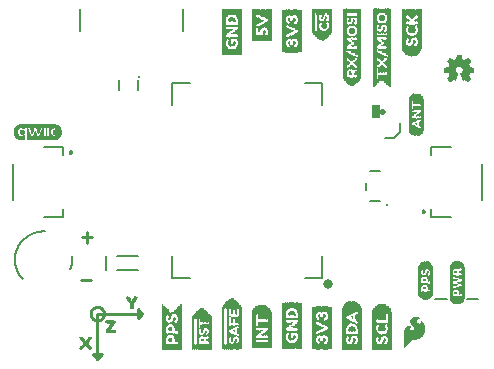
<source format=gto>
G75*
%MOIN*%
%OFA0B0*%
%FSLAX25Y25*%
%IPPOS*%
%LPD*%
%AMOC8*
5,1,8,0,0,1.08239X$1,22.5*
%
%ADD10C,0.00900*%
%ADD11C,0.01000*%
%ADD12C,0.00800*%
%ADD13C,0.00299*%
%ADD14C,0.00600*%
%ADD15R,0.00157X0.13858*%
%ADD16R,0.00157X0.14331*%
%ADD17R,0.00157X0.14646*%
%ADD18R,0.00157X0.14961*%
%ADD19R,0.00157X0.15118*%
%ADD20R,0.00157X0.15276*%
%ADD21R,0.00157X0.15433*%
%ADD22R,0.00157X0.02835*%
%ADD23R,0.00157X0.11969*%
%ADD24R,0.00157X0.02520*%
%ADD25R,0.00157X0.01102*%
%ADD26R,0.00157X0.03150*%
%ADD27R,0.00157X0.04567*%
%ADD28R,0.00157X0.02205*%
%ADD29R,0.00157X0.00787*%
%ADD30R,0.00157X0.02677*%
%ADD31R,0.00157X0.04409*%
%ADD32R,0.00157X0.02047*%
%ADD33R,0.00157X0.00630*%
%ADD34R,0.00157X0.01890*%
%ADD35R,0.00157X0.01732*%
%ADD36R,0.00157X0.01575*%
%ADD37R,0.00157X0.00945*%
%ADD38R,0.00157X0.02362*%
%ADD39R,0.00157X0.01260*%
%ADD40R,0.00157X0.01417*%
%ADD41R,0.00157X0.04252*%
%ADD42R,0.00157X0.00315*%
%ADD43R,0.00157X0.04094*%
%ADD44R,0.00157X0.00472*%
%ADD45R,0.00157X0.03937*%
%ADD46R,0.00157X0.03307*%
%ADD47R,0.00157X0.03780*%
%ADD48R,0.00157X0.03465*%
%ADD49R,0.00157X0.02992*%
%ADD50R,0.00157X0.12913*%
%ADD51R,0.00157X0.13386*%
%ADD52R,0.00157X0.13701*%
%ADD53R,0.00157X0.14016*%
%ADD54R,0.00157X0.14173*%
%ADD55R,0.00157X0.14488*%
%ADD56R,0.00157X0.07087*%
%ADD57R,0.00157X0.04882*%
%ADD58R,0.00157X0.05039*%
%ADD59R,0.00157X0.05197*%
%ADD60R,0.00157X0.03622*%
%ADD61R,0.00157X0.00157*%
%ADD62R,0.00157X0.11024*%
%ADD63R,0.00157X0.11181*%
%ADD64R,0.00157X0.11496*%
%ADD65R,0.00157X0.11654*%
%ADD66R,0.00157X0.12756*%
%ADD67R,0.00157X0.13071*%
%ADD68R,0.00157X0.13228*%
%ADD69R,0.00157X0.11811*%
%ADD70R,0.00157X0.14803*%
%ADD71R,0.00157X0.15906*%
%ADD72R,0.00157X0.16063*%
%ADD73R,0.00157X0.16220*%
%ADD74R,0.00157X0.16378*%
%ADD75R,0.00157X0.09921*%
%ADD76C,0.00100*%
%ADD77R,0.00118X0.09094*%
%ADD78R,0.00118X0.09803*%
%ADD79R,0.00079X0.10276*%
%ADD80R,0.00157X0.10748*%
%ADD81R,0.00118X0.10984*%
%ADD82R,0.00118X0.11220*%
%ADD83R,0.00079X0.11457*%
%ADD84R,0.00118X0.08150*%
%ADD85R,0.00118X0.02835*%
%ADD86R,0.00157X0.02244*%
%ADD87R,0.00157X0.01063*%
%ADD88R,0.00157X0.02598*%
%ADD89R,0.00118X0.02244*%
%ADD90R,0.00118X0.00827*%
%ADD91R,0.00118X0.01063*%
%ADD92R,0.00118X0.02480*%
%ADD93R,0.00118X0.02362*%
%ADD94R,0.00118X0.00709*%
%ADD95R,0.00118X0.00591*%
%ADD96R,0.00157X0.02480*%
%ADD97R,0.00118X0.00472*%
%ADD98R,0.00118X0.00354*%
%ADD99R,0.00118X0.02717*%
%ADD100R,0.00118X0.02598*%
%ADD101R,0.00118X0.00945*%
%ADD102R,0.00118X0.00236*%
%ADD103R,0.00118X0.04016*%
%ADD104R,0.00157X0.00354*%
%ADD105R,0.00157X0.00236*%
%ADD106R,0.00157X0.03898*%
%ADD107R,0.00118X0.03661*%
%ADD108R,0.00118X0.03189*%
%ADD109R,0.00157X0.00591*%
%ADD110R,0.00157X0.02717*%
%ADD111R,0.00118X0.01181*%
%ADD112R,0.00118X0.01654*%
%ADD113R,0.00157X0.00709*%
%ADD114R,0.00157X0.02126*%
%ADD115R,0.00118X0.01299*%
%ADD116R,0.00118X0.02008*%
%ADD117R,0.00118X0.01890*%
%ADD118R,0.00157X0.02008*%
%ADD119R,0.00118X0.02126*%
%ADD120R,0.00118X0.11457*%
%ADD121R,0.00118X0.10748*%
%ADD122R,0.00118X0.10276*%
%ADD123C,0.01000*%
%ADD124R,0.00079X0.11929*%
%ADD125R,0.00157X0.12402*%
%ADD126R,0.00118X0.12638*%
%ADD127R,0.00118X0.12874*%
%ADD128R,0.00079X0.13110*%
%ADD129R,0.00118X0.04961*%
%ADD130R,0.00118X0.03071*%
%ADD131R,0.00118X0.05079*%
%ADD132R,0.00157X0.01181*%
%ADD133R,0.00157X0.00118*%
%ADD134R,0.00157X0.00827*%
%ADD135R,0.00118X0.01417*%
%ADD136R,0.00118X0.13110*%
%ADD137R,0.00118X0.12402*%
%ADD138R,0.00118X0.11929*%
%ADD139R,0.00157X0.10551*%
%ADD140R,0.00157X0.07874*%
%ADD141R,0.00157X0.08031*%
%ADD142R,0.00157X0.08346*%
%ADD143R,0.00157X0.08504*%
%ADD144R,0.00157X0.09606*%
%ADD145R,0.00157X0.09764*%
%ADD146R,0.00157X0.10079*%
%ADD147R,0.00157X0.08661*%
%ADD148C,0.00300*%
%ADD149C,0.01181*%
%ADD150C,0.00050*%
%ADD151R,0.00118X0.10512*%
%ADD152R,0.00079X0.11693*%
%ADD153R,0.00157X0.12165*%
%ADD154R,0.00079X0.12874*%
%ADD155R,0.00157X0.01654*%
%ADD156R,0.00157X0.01299*%
%ADD157R,0.00118X0.01535*%
%ADD158R,0.00118X0.03307*%
%ADD159R,0.00118X0.03425*%
%ADD160R,0.00118X0.03543*%
%ADD161R,0.00157X0.03189*%
%ADD162R,0.00157X0.03543*%
%ADD163R,0.00118X0.00118*%
%ADD164R,0.00157X0.02953*%
%ADD165R,0.00118X0.02953*%
%ADD166R,0.00157X0.03425*%
%ADD167R,0.00118X0.01772*%
%ADD168R,0.00118X0.12165*%
%ADD169R,0.00118X0.11693*%
%ADD170C,0.00700*%
%ADD171C,0.03200*%
%ADD172R,0.00472X0.00157*%
%ADD173R,0.00787X0.00157*%
%ADD174R,0.00945X0.00157*%
%ADD175R,0.01102X0.00157*%
%ADD176R,0.01260X0.00157*%
%ADD177R,0.01417X0.00157*%
%ADD178R,0.02677X0.00157*%
%ADD179R,0.02362X0.00157*%
%ADD180R,0.02047X0.00157*%
%ADD181R,0.01732X0.00157*%
%ADD182R,0.02205X0.00157*%
%ADD183R,0.02520X0.00157*%
%ADD184R,0.02835X0.00157*%
%ADD185R,0.00630X0.00157*%
%ADD186R,0.00315X0.00157*%
%ADD187R,0.01575X0.00157*%
%ADD188R,0.03150X0.00157*%
%ADD189R,0.03307X0.00157*%
%ADD190R,0.02992X0.00157*%
%ADD191R,0.00157X0.23425*%
%ADD192R,0.00118X0.23543*%
%ADD193R,0.00157X0.23819*%
%ADD194R,0.00118X0.23976*%
%ADD195R,0.00157X0.24094*%
%ADD196R,0.00118X0.24252*%
%ADD197R,0.00157X0.13898*%
%ADD198R,0.00118X0.02205*%
%ADD199R,0.00118X0.06063*%
%ADD200R,0.00118X0.02756*%
%ADD201R,0.00118X0.03701*%
%ADD202R,0.00157X0.01772*%
%ADD203R,0.00157X0.01929*%
%ADD204R,0.00157X0.00433*%
%ADD205R,0.00157X0.01535*%
%ADD206R,0.00157X0.01811*%
%ADD207R,0.00157X0.00984*%
%ADD208R,0.00157X0.01496*%
%ADD209R,0.00118X0.01929*%
%ADD210R,0.00118X0.00433*%
%ADD211R,0.00118X0.02047*%
%ADD212R,0.00118X0.01102*%
%ADD213R,0.00118X0.01496*%
%ADD214R,0.00157X0.00551*%
%ADD215R,0.00157X0.01378*%
%ADD216R,0.00118X0.00394*%
%ADD217R,0.00118X0.01260*%
%ADD218R,0.00118X0.00551*%
%ADD219R,0.00118X0.00984*%
%ADD220R,0.00157X0.02323*%
%ADD221R,0.00157X0.00669*%
%ADD222R,0.00118X0.00669*%
%ADD223R,0.00157X0.00394*%
%ADD224R,0.00118X0.00157*%
%ADD225R,0.00118X0.01811*%
%ADD226R,0.00118X0.02087*%
%ADD227R,0.00157X0.02756*%
%ADD228R,0.00118X0.02874*%
%ADD229R,0.00157X0.02874*%
%ADD230R,0.00118X0.00276*%
%ADD231R,0.00157X0.00276*%
%ADD232R,0.00118X0.01378*%
%ADD233R,0.00118X0.01220*%
%ADD234R,0.00157X0.01220*%
%ADD235R,0.00157X0.08268*%
%ADD236R,0.00118X0.08425*%
%ADD237R,0.00118X0.15433*%
%ADD238R,0.00157X0.26299*%
%ADD239R,0.00118X0.26181*%
%ADD240R,0.00157X0.26024*%
%ADD241R,0.00118X0.25906*%
%ADD242R,0.00157X0.25748*%
%ADD243R,0.00118X0.25630*%
%ADD244R,0.00157X0.14055*%
%ADD245R,0.00118X0.05787*%
%ADD246R,0.00118X0.06772*%
%ADD247R,0.00118X0.03031*%
%ADD248R,0.00118X0.02323*%
%ADD249R,0.00118X0.02638*%
%ADD250R,0.00118X0.02913*%
%ADD251R,0.00157X0.03031*%
%ADD252R,0.00157X0.09370*%
%ADD253R,0.00118X0.15551*%
%ADD254R,0.00157X0.12441*%
%ADD255R,0.00157X0.13543*%
%ADD256R,0.00157X0.04724*%
D10*
X0177983Y0106302D02*
X0181386Y0106302D01*
X0179885Y0118701D02*
X0179885Y0122104D01*
X0178183Y0120402D02*
X0181586Y0120402D01*
D11*
X0181097Y0095000D02*
X0181099Y0095094D01*
X0181105Y0095188D01*
X0181115Y0095282D01*
X0181129Y0095375D01*
X0181147Y0095468D01*
X0181168Y0095560D01*
X0181194Y0095650D01*
X0181223Y0095740D01*
X0181256Y0095828D01*
X0181293Y0095915D01*
X0181333Y0096000D01*
X0181377Y0096084D01*
X0181425Y0096165D01*
X0181475Y0096245D01*
X0181530Y0096322D01*
X0181587Y0096397D01*
X0181647Y0096469D01*
X0181711Y0096539D01*
X0181777Y0096606D01*
X0181846Y0096670D01*
X0181918Y0096731D01*
X0181992Y0096789D01*
X0182069Y0096844D01*
X0182148Y0096896D01*
X0182229Y0096944D01*
X0182312Y0096989D01*
X0182396Y0097030D01*
X0182483Y0097068D01*
X0182571Y0097102D01*
X0182660Y0097132D01*
X0182750Y0097159D01*
X0182842Y0097181D01*
X0182934Y0097200D01*
X0183028Y0097215D01*
X0183121Y0097226D01*
X0183215Y0097233D01*
X0183309Y0097236D01*
X0183404Y0097235D01*
X0183498Y0097230D01*
X0183592Y0097221D01*
X0183685Y0097208D01*
X0183778Y0097191D01*
X0183870Y0097171D01*
X0183961Y0097146D01*
X0184051Y0097118D01*
X0184139Y0097086D01*
X0184227Y0097050D01*
X0184312Y0097010D01*
X0184396Y0096967D01*
X0184478Y0096921D01*
X0184558Y0096871D01*
X0184636Y0096817D01*
X0184711Y0096761D01*
X0184784Y0096701D01*
X0184855Y0096638D01*
X0184922Y0096573D01*
X0184987Y0096504D01*
X0185049Y0096433D01*
X0185108Y0096360D01*
X0185164Y0096284D01*
X0185216Y0096205D01*
X0185265Y0096125D01*
X0185311Y0096042D01*
X0185353Y0095958D01*
X0185392Y0095872D01*
X0185427Y0095784D01*
X0185458Y0095695D01*
X0185486Y0095605D01*
X0185509Y0095514D01*
X0185529Y0095422D01*
X0185545Y0095329D01*
X0185557Y0095235D01*
X0185565Y0095141D01*
X0185569Y0095047D01*
X0185569Y0094953D01*
X0185565Y0094859D01*
X0185557Y0094765D01*
X0185545Y0094671D01*
X0185529Y0094578D01*
X0185509Y0094486D01*
X0185486Y0094395D01*
X0185458Y0094305D01*
X0185427Y0094216D01*
X0185392Y0094128D01*
X0185353Y0094042D01*
X0185311Y0093958D01*
X0185265Y0093875D01*
X0185216Y0093795D01*
X0185164Y0093716D01*
X0185108Y0093640D01*
X0185049Y0093567D01*
X0184987Y0093496D01*
X0184922Y0093427D01*
X0184855Y0093362D01*
X0184784Y0093299D01*
X0184711Y0093239D01*
X0184636Y0093183D01*
X0184558Y0093129D01*
X0184478Y0093079D01*
X0184396Y0093033D01*
X0184312Y0092990D01*
X0184227Y0092950D01*
X0184139Y0092914D01*
X0184051Y0092882D01*
X0183961Y0092854D01*
X0183870Y0092829D01*
X0183778Y0092809D01*
X0183685Y0092792D01*
X0183592Y0092779D01*
X0183498Y0092770D01*
X0183404Y0092765D01*
X0183309Y0092764D01*
X0183215Y0092767D01*
X0183121Y0092774D01*
X0183028Y0092785D01*
X0182934Y0092800D01*
X0182842Y0092819D01*
X0182750Y0092841D01*
X0182660Y0092868D01*
X0182571Y0092898D01*
X0182483Y0092932D01*
X0182396Y0092970D01*
X0182312Y0093011D01*
X0182229Y0093056D01*
X0182148Y0093104D01*
X0182069Y0093156D01*
X0181992Y0093211D01*
X0181918Y0093269D01*
X0181846Y0093330D01*
X0181777Y0093394D01*
X0181711Y0093461D01*
X0181647Y0093531D01*
X0181587Y0093603D01*
X0181530Y0093678D01*
X0181475Y0093755D01*
X0181425Y0093835D01*
X0181377Y0093916D01*
X0181333Y0094000D01*
X0181293Y0094085D01*
X0181256Y0094172D01*
X0181223Y0094260D01*
X0181194Y0094350D01*
X0181168Y0094440D01*
X0181147Y0094532D01*
X0181129Y0094625D01*
X0181115Y0094718D01*
X0181105Y0094812D01*
X0181099Y0094906D01*
X0181097Y0095000D01*
X0183333Y0095000D02*
X0198333Y0095000D01*
X0196833Y0093500D01*
X0196833Y0096500D01*
X0198333Y0095000D01*
X0183333Y0095000D02*
X0183333Y0080000D01*
X0184833Y0081500D01*
X0181833Y0081500D01*
X0183333Y0080000D01*
X0277833Y0162400D02*
X0277835Y0162444D01*
X0277841Y0162488D01*
X0277851Y0162531D01*
X0277864Y0162573D01*
X0277881Y0162614D01*
X0277902Y0162653D01*
X0277926Y0162690D01*
X0277953Y0162725D01*
X0277983Y0162757D01*
X0278016Y0162787D01*
X0278052Y0162813D01*
X0278089Y0162837D01*
X0278129Y0162856D01*
X0278170Y0162873D01*
X0278213Y0162885D01*
X0278256Y0162894D01*
X0278300Y0162899D01*
X0278344Y0162900D01*
X0278388Y0162897D01*
X0278432Y0162890D01*
X0278475Y0162879D01*
X0278517Y0162865D01*
X0278557Y0162847D01*
X0278596Y0162825D01*
X0278632Y0162801D01*
X0278666Y0162773D01*
X0278698Y0162742D01*
X0278727Y0162708D01*
X0278753Y0162672D01*
X0278775Y0162634D01*
X0278794Y0162594D01*
X0278809Y0162552D01*
X0278821Y0162510D01*
X0278829Y0162466D01*
X0278833Y0162422D01*
X0278833Y0162378D01*
X0278829Y0162334D01*
X0278821Y0162290D01*
X0278809Y0162248D01*
X0278794Y0162206D01*
X0278775Y0162166D01*
X0278753Y0162128D01*
X0278727Y0162092D01*
X0278698Y0162058D01*
X0278666Y0162027D01*
X0278632Y0161999D01*
X0278596Y0161975D01*
X0278557Y0161953D01*
X0278517Y0161935D01*
X0278475Y0161921D01*
X0278432Y0161910D01*
X0278388Y0161903D01*
X0278344Y0161900D01*
X0278300Y0161901D01*
X0278256Y0161906D01*
X0278213Y0161915D01*
X0278170Y0161927D01*
X0278129Y0161944D01*
X0278089Y0161963D01*
X0278052Y0161987D01*
X0278016Y0162013D01*
X0277983Y0162043D01*
X0277953Y0162075D01*
X0277926Y0162110D01*
X0277902Y0162147D01*
X0277881Y0162186D01*
X0277864Y0162227D01*
X0277851Y0162269D01*
X0277841Y0162312D01*
X0277835Y0162356D01*
X0277833Y0162400D01*
D12*
X0294711Y0150711D02*
X0301207Y0150711D01*
X0294711Y0150711D02*
X0294711Y0147758D01*
X0311444Y0144806D02*
X0311444Y0132994D01*
X0301207Y0127089D02*
X0294711Y0127089D01*
X0294711Y0130042D01*
X0291752Y0129057D02*
X0291754Y0129097D01*
X0291760Y0129136D01*
X0291770Y0129175D01*
X0291783Y0129212D01*
X0291801Y0129248D01*
X0291822Y0129282D01*
X0291846Y0129314D01*
X0291873Y0129343D01*
X0291903Y0129370D01*
X0291935Y0129393D01*
X0291970Y0129413D01*
X0292006Y0129429D01*
X0292044Y0129442D01*
X0292083Y0129451D01*
X0292122Y0129456D01*
X0292162Y0129457D01*
X0292202Y0129454D01*
X0292241Y0129447D01*
X0292279Y0129436D01*
X0292317Y0129422D01*
X0292352Y0129403D01*
X0292385Y0129382D01*
X0292417Y0129357D01*
X0292445Y0129329D01*
X0292471Y0129299D01*
X0292493Y0129266D01*
X0292512Y0129231D01*
X0292528Y0129194D01*
X0292540Y0129156D01*
X0292548Y0129117D01*
X0292552Y0129077D01*
X0292552Y0129037D01*
X0292548Y0128997D01*
X0292540Y0128958D01*
X0292528Y0128920D01*
X0292512Y0128883D01*
X0292493Y0128848D01*
X0292471Y0128815D01*
X0292445Y0128785D01*
X0292417Y0128757D01*
X0292385Y0128732D01*
X0292352Y0128711D01*
X0292317Y0128692D01*
X0292279Y0128678D01*
X0292241Y0128667D01*
X0292202Y0128660D01*
X0292162Y0128657D01*
X0292122Y0128658D01*
X0292083Y0128663D01*
X0292044Y0128672D01*
X0292006Y0128685D01*
X0291970Y0128701D01*
X0291935Y0128721D01*
X0291903Y0128744D01*
X0291873Y0128771D01*
X0291846Y0128800D01*
X0291822Y0128832D01*
X0291801Y0128866D01*
X0291783Y0128902D01*
X0291770Y0128939D01*
X0291760Y0128978D01*
X0291754Y0129017D01*
X0291752Y0129057D01*
X0277524Y0132400D02*
X0274143Y0132400D01*
X0273043Y0136343D02*
X0273043Y0138457D01*
X0274143Y0142400D02*
X0277524Y0142400D01*
X0296058Y0099750D02*
X0299808Y0099750D01*
X0306558Y0099750D02*
X0310308Y0099750D01*
X0196877Y0109439D02*
X0189790Y0109439D01*
X0186365Y0109439D02*
X0186365Y0114361D01*
X0189790Y0114361D02*
X0196877Y0114361D01*
X0171955Y0127089D02*
X0165459Y0127089D01*
X0171955Y0127089D02*
X0171955Y0130042D01*
X0155223Y0132994D02*
X0155223Y0144806D01*
X0165459Y0150711D02*
X0171955Y0150711D01*
X0171955Y0147758D01*
X0174114Y0148743D02*
X0174116Y0148783D01*
X0174122Y0148822D01*
X0174132Y0148861D01*
X0174145Y0148898D01*
X0174163Y0148934D01*
X0174184Y0148968D01*
X0174208Y0149000D01*
X0174235Y0149029D01*
X0174265Y0149056D01*
X0174297Y0149079D01*
X0174332Y0149099D01*
X0174368Y0149115D01*
X0174406Y0149128D01*
X0174445Y0149137D01*
X0174484Y0149142D01*
X0174524Y0149143D01*
X0174564Y0149140D01*
X0174603Y0149133D01*
X0174641Y0149122D01*
X0174679Y0149108D01*
X0174714Y0149089D01*
X0174747Y0149068D01*
X0174779Y0149043D01*
X0174807Y0149015D01*
X0174833Y0148985D01*
X0174855Y0148952D01*
X0174874Y0148917D01*
X0174890Y0148880D01*
X0174902Y0148842D01*
X0174910Y0148803D01*
X0174914Y0148763D01*
X0174914Y0148723D01*
X0174910Y0148683D01*
X0174902Y0148644D01*
X0174890Y0148606D01*
X0174874Y0148569D01*
X0174855Y0148534D01*
X0174833Y0148501D01*
X0174807Y0148471D01*
X0174779Y0148443D01*
X0174747Y0148418D01*
X0174714Y0148397D01*
X0174679Y0148378D01*
X0174641Y0148364D01*
X0174603Y0148353D01*
X0174564Y0148346D01*
X0174524Y0148343D01*
X0174484Y0148344D01*
X0174445Y0148349D01*
X0174406Y0148358D01*
X0174368Y0148371D01*
X0174332Y0148387D01*
X0174297Y0148407D01*
X0174265Y0148430D01*
X0174235Y0148457D01*
X0174208Y0148486D01*
X0174184Y0148518D01*
X0174163Y0148552D01*
X0174145Y0148588D01*
X0174132Y0148625D01*
X0174122Y0148664D01*
X0174116Y0148703D01*
X0174114Y0148743D01*
X0177725Y0189361D02*
X0177725Y0196448D01*
X0211741Y0196448D02*
X0211741Y0189361D01*
D13*
X0298977Y0176980D02*
X0298977Y0175720D01*
X0300355Y0175484D01*
X0300355Y0175445D01*
X0300395Y0175366D01*
X0300395Y0175287D01*
X0300434Y0175248D01*
X0300434Y0175169D01*
X0300473Y0175130D01*
X0300513Y0175051D01*
X0300513Y0174972D01*
X0300552Y0174933D01*
X0300552Y0174854D01*
X0300592Y0174815D01*
X0300631Y0174736D01*
X0300670Y0174697D01*
X0300710Y0174618D01*
X0300710Y0174579D01*
X0300749Y0174500D01*
X0299962Y0173398D01*
X0300828Y0172492D01*
X0301970Y0173279D01*
X0302009Y0173279D01*
X0302048Y0173240D01*
X0302088Y0173240D01*
X0302127Y0173201D01*
X0302166Y0173201D01*
X0302206Y0173161D01*
X0302245Y0173161D01*
X0302285Y0173122D01*
X0302324Y0173122D01*
X0302363Y0173083D01*
X0302403Y0173083D01*
X0302442Y0173043D01*
X0302521Y0173043D01*
X0302560Y0173004D01*
X0303348Y0175130D01*
X0303229Y0175169D01*
X0303072Y0175248D01*
X0302993Y0175327D01*
X0302914Y0175366D01*
X0302836Y0175445D01*
X0302796Y0175523D01*
X0302718Y0175602D01*
X0302639Y0175760D01*
X0302599Y0175878D01*
X0302521Y0176035D01*
X0302521Y0176153D01*
X0302481Y0176272D01*
X0302481Y0176508D01*
X0302639Y0176980D01*
X0302796Y0177216D01*
X0302875Y0177295D01*
X0302993Y0177374D01*
X0303072Y0177453D01*
X0303190Y0177531D01*
X0303308Y0177571D01*
X0303426Y0177649D01*
X0303544Y0177649D01*
X0303702Y0177689D01*
X0303977Y0177689D01*
X0304096Y0177649D01*
X0304214Y0177649D01*
X0304332Y0177571D01*
X0304450Y0177531D01*
X0304686Y0177374D01*
X0304844Y0177216D01*
X0305001Y0176980D01*
X0305040Y0176862D01*
X0305119Y0176744D01*
X0305119Y0176626D01*
X0305159Y0176508D01*
X0305159Y0176153D01*
X0305119Y0176035D01*
X0305119Y0175957D01*
X0305080Y0175878D01*
X0305040Y0175760D01*
X0305001Y0175681D01*
X0304922Y0175602D01*
X0304883Y0175523D01*
X0304725Y0175366D01*
X0304647Y0175327D01*
X0304568Y0175248D01*
X0304332Y0175130D01*
X0305119Y0173004D01*
X0305119Y0173043D01*
X0305198Y0173043D01*
X0305237Y0173083D01*
X0305277Y0173083D01*
X0305316Y0173122D01*
X0305355Y0173122D01*
X0305395Y0173161D01*
X0305473Y0173161D01*
X0305513Y0173201D01*
X0305552Y0173201D01*
X0305631Y0173279D01*
X0305670Y0173279D01*
X0306812Y0172492D01*
X0307718Y0173398D01*
X0306891Y0174500D01*
X0306930Y0174579D01*
X0306970Y0174618D01*
X0307009Y0174697D01*
X0307009Y0174736D01*
X0307048Y0174815D01*
X0307088Y0174854D01*
X0307127Y0174933D01*
X0307127Y0174972D01*
X0307206Y0175130D01*
X0307206Y0175169D01*
X0307245Y0175248D01*
X0307245Y0175287D01*
X0307285Y0175366D01*
X0307285Y0175445D01*
X0307324Y0175484D01*
X0308702Y0175720D01*
X0308702Y0176980D01*
X0307285Y0177216D01*
X0307285Y0177374D01*
X0307245Y0177413D01*
X0307245Y0177492D01*
X0307206Y0177531D01*
X0307166Y0177610D01*
X0307166Y0177689D01*
X0307127Y0177728D01*
X0307127Y0177807D01*
X0307088Y0177846D01*
X0307048Y0177925D01*
X0307009Y0177964D01*
X0307009Y0178043D01*
X0306970Y0178083D01*
X0306930Y0178161D01*
X0306891Y0178201D01*
X0307718Y0179342D01*
X0306812Y0180209D01*
X0305670Y0179421D01*
X0305631Y0179461D01*
X0305552Y0179500D01*
X0305513Y0179500D01*
X0305434Y0179539D01*
X0305395Y0179579D01*
X0305316Y0179618D01*
X0305277Y0179618D01*
X0305198Y0179657D01*
X0305159Y0179697D01*
X0305080Y0179697D01*
X0305001Y0179736D01*
X0304962Y0179736D01*
X0304883Y0179775D01*
X0304844Y0179775D01*
X0304765Y0179815D01*
X0304686Y0179815D01*
X0304450Y0181193D01*
X0303190Y0181193D01*
X0302954Y0179815D01*
X0302914Y0179815D01*
X0302836Y0179775D01*
X0302757Y0179775D01*
X0302718Y0179736D01*
X0302639Y0179736D01*
X0302560Y0179697D01*
X0302521Y0179697D01*
X0302442Y0179657D01*
X0302403Y0179618D01*
X0302324Y0179618D01*
X0302285Y0179579D01*
X0302206Y0179539D01*
X0302166Y0179500D01*
X0302088Y0179500D01*
X0302048Y0179461D01*
X0301970Y0179421D01*
X0300828Y0180209D01*
X0299962Y0179342D01*
X0300749Y0178201D01*
X0300710Y0178161D01*
X0300710Y0178083D01*
X0300670Y0178043D01*
X0300631Y0177964D01*
X0300592Y0177925D01*
X0300592Y0177846D01*
X0300552Y0177807D01*
X0300513Y0177728D01*
X0300513Y0177689D01*
X0300434Y0177531D01*
X0300434Y0177492D01*
X0300395Y0177413D01*
X0300395Y0177374D01*
X0300355Y0177295D01*
X0300355Y0177216D01*
X0298977Y0176980D01*
X0298977Y0176822D02*
X0302586Y0176822D01*
X0302487Y0176524D02*
X0298977Y0176524D01*
X0298977Y0176226D02*
X0302496Y0176226D01*
X0302574Y0175928D02*
X0298977Y0175928D01*
X0299500Y0175631D02*
X0302703Y0175631D01*
X0302981Y0175333D02*
X0300395Y0175333D01*
X0300513Y0175035D02*
X0303312Y0175035D01*
X0303202Y0174738D02*
X0300630Y0174738D01*
X0300706Y0174440D02*
X0303092Y0174440D01*
X0302982Y0174142D02*
X0300494Y0174142D01*
X0300281Y0173844D02*
X0302871Y0173844D01*
X0302761Y0173547D02*
X0300068Y0173547D01*
X0300104Y0173249D02*
X0301925Y0173249D01*
X0302039Y0173249D02*
X0302651Y0173249D01*
X0301494Y0172951D02*
X0300389Y0172951D01*
X0300673Y0172653D02*
X0301062Y0172653D01*
X0304698Y0174142D02*
X0307159Y0174142D01*
X0306936Y0174440D02*
X0304587Y0174440D01*
X0304477Y0174738D02*
X0307010Y0174738D01*
X0307158Y0175035D02*
X0304367Y0175035D01*
X0304659Y0175333D02*
X0307268Y0175333D01*
X0308179Y0175631D02*
X0304951Y0175631D01*
X0305105Y0175928D02*
X0308702Y0175928D01*
X0308702Y0176226D02*
X0305159Y0176226D01*
X0305153Y0176524D02*
X0308702Y0176524D01*
X0308702Y0176822D02*
X0305067Y0176822D01*
X0304908Y0177119D02*
X0307867Y0177119D01*
X0307245Y0177417D02*
X0304621Y0177417D01*
X0303036Y0177417D02*
X0300397Y0177417D01*
X0300513Y0177715D02*
X0307141Y0177715D01*
X0307009Y0178012D02*
X0300655Y0178012D01*
X0300674Y0178310D02*
X0306970Y0178310D01*
X0307186Y0178608D02*
X0300468Y0178608D01*
X0300263Y0178906D02*
X0307401Y0178906D01*
X0307617Y0179203D02*
X0300058Y0179203D01*
X0300120Y0179501D02*
X0301854Y0179501D01*
X0302168Y0179501D02*
X0305510Y0179501D01*
X0305786Y0179501D02*
X0307552Y0179501D01*
X0307240Y0179799D02*
X0306218Y0179799D01*
X0306650Y0180097D02*
X0306929Y0180097D01*
X0304797Y0179799D02*
X0302882Y0179799D01*
X0303002Y0180097D02*
X0304638Y0180097D01*
X0304587Y0180394D02*
X0303053Y0180394D01*
X0303104Y0180692D02*
X0304536Y0180692D01*
X0304485Y0180990D02*
X0303155Y0180990D01*
X0301422Y0179799D02*
X0300418Y0179799D01*
X0300716Y0180097D02*
X0300990Y0180097D01*
X0299789Y0177119D02*
X0302732Y0177119D01*
X0304808Y0173844D02*
X0307382Y0173844D01*
X0307606Y0173547D02*
X0304918Y0173547D01*
X0305028Y0173249D02*
X0305600Y0173249D01*
X0305715Y0173249D02*
X0307569Y0173249D01*
X0307271Y0172951D02*
X0306146Y0172951D01*
X0306578Y0172653D02*
X0306974Y0172653D01*
D14*
X0166034Y0122401D02*
X0165806Y0122417D01*
X0165577Y0122428D01*
X0165349Y0122433D01*
X0165120Y0122432D01*
X0164892Y0122426D01*
X0164663Y0122414D01*
X0164436Y0122397D01*
X0164208Y0122374D01*
X0163981Y0122346D01*
X0163755Y0122312D01*
X0163530Y0122273D01*
X0163306Y0122228D01*
X0163083Y0122178D01*
X0162861Y0122122D01*
X0162641Y0122061D01*
X0162422Y0121995D01*
X0162205Y0121923D01*
X0161990Y0121846D01*
X0161777Y0121764D01*
X0161566Y0121677D01*
X0161357Y0121584D01*
X0161150Y0121487D01*
X0160946Y0121384D01*
X0160744Y0121277D01*
X0160545Y0121165D01*
X0160349Y0121047D01*
X0160155Y0120926D01*
X0159965Y0120799D01*
X0159778Y0120668D01*
X0159594Y0120532D01*
X0159413Y0120392D01*
X0159236Y0120248D01*
X0159062Y0120099D01*
X0158893Y0119946D01*
X0158726Y0119789D01*
X0158564Y0119628D01*
X0158406Y0119463D01*
X0158252Y0119294D01*
X0158102Y0119122D01*
X0157956Y0118946D01*
X0157814Y0118766D01*
X0157677Y0118584D01*
X0157545Y0118397D01*
X0157417Y0118208D01*
X0157293Y0118016D01*
X0157175Y0117820D01*
X0157061Y0117622D01*
X0156952Y0117421D01*
X0156848Y0117218D01*
X0156749Y0117012D01*
X0156655Y0116803D01*
X0156566Y0116593D01*
X0156482Y0116380D01*
X0156404Y0116166D01*
X0156330Y0115949D01*
X0156262Y0115731D01*
X0156199Y0115511D01*
X0156142Y0115290D01*
X0156090Y0115067D01*
X0156044Y0114844D01*
X0156003Y0114619D01*
X0155967Y0114393D01*
X0155937Y0114166D01*
X0155913Y0113939D01*
X0155894Y0113711D01*
X0155880Y0113483D01*
X0155872Y0113255D01*
X0155870Y0113026D01*
X0155873Y0112798D01*
X0155882Y0112569D01*
X0155897Y0112341D01*
X0155916Y0112113D01*
X0155942Y0111886D01*
X0155973Y0111660D01*
X0156009Y0111434D01*
X0156051Y0111210D01*
X0156099Y0110986D01*
X0156152Y0110764D01*
X0156210Y0110543D01*
X0156274Y0110323D01*
X0156343Y0110105D01*
X0156417Y0109889D01*
X0156496Y0109675D01*
X0156581Y0109462D01*
X0156671Y0109252D01*
X0156766Y0109044D01*
X0156866Y0108839D01*
X0156971Y0108636D01*
X0157080Y0108435D01*
X0157195Y0108238D01*
X0157314Y0108043D01*
X0157439Y0107851D01*
X0157567Y0107662D01*
X0157701Y0107476D01*
X0157839Y0107294D01*
X0157981Y0107115D01*
X0158127Y0106940D01*
X0158278Y0106768D01*
X0158433Y0106600D01*
X0174233Y0109799D02*
X0174303Y0109949D01*
X0174369Y0110100D01*
X0174432Y0110252D01*
X0174490Y0110406D01*
X0174545Y0110562D01*
X0174596Y0110718D01*
X0174644Y0110876D01*
X0174687Y0111035D01*
X0174727Y0111195D01*
X0174763Y0111356D01*
X0174795Y0111518D01*
X0174823Y0111680D01*
X0174847Y0111843D01*
X0174867Y0112007D01*
X0174883Y0112171D01*
X0174896Y0112335D01*
X0174904Y0112500D01*
X0174908Y0112665D01*
X0174909Y0112829D01*
X0174905Y0112994D01*
X0174897Y0113159D01*
X0174886Y0113323D01*
X0174870Y0113487D01*
X0174851Y0113651D01*
X0174827Y0113814D01*
X0174800Y0113977D01*
X0174769Y0114139D01*
X0174733Y0114300D01*
X0190433Y0169400D02*
X0190433Y0173000D01*
X0197033Y0173000D02*
X0197033Y0169400D01*
X0279333Y0153400D02*
X0282333Y0153400D01*
X0284333Y0155400D01*
X0284333Y0158400D01*
D15*
X0271483Y0089819D03*
X0265184Y0089819D03*
D16*
X0265341Y0090055D03*
X0261483Y0090213D03*
X0261325Y0090213D03*
X0261168Y0090213D03*
X0261010Y0090213D03*
X0260853Y0090213D03*
X0260696Y0090213D03*
X0260538Y0090213D03*
X0256129Y0090213D03*
X0255971Y0090213D03*
X0255814Y0090213D03*
X0255656Y0090213D03*
X0255499Y0090213D03*
X0255341Y0090213D03*
X0255184Y0090213D03*
X0271325Y0090055D03*
X0275971Y0090055D03*
X0280696Y0090055D03*
X0231325Y0090343D03*
X0225341Y0090343D03*
X0210538Y0090055D03*
X0206129Y0090055D03*
X0245184Y0189113D03*
X0245341Y0189113D03*
X0245499Y0189113D03*
X0245656Y0189113D03*
X0245814Y0189113D03*
X0245971Y0189113D03*
X0246129Y0189113D03*
X0250538Y0189113D03*
X0250696Y0189113D03*
X0250853Y0189113D03*
X0251010Y0189113D03*
X0251168Y0189113D03*
X0251325Y0189113D03*
X0251483Y0189113D03*
X0285656Y0189240D03*
X0291010Y0189240D03*
D17*
X0290696Y0189083D03*
X0285971Y0189083D03*
X0271168Y0090213D03*
X0265499Y0090213D03*
X0231168Y0090500D03*
X0225499Y0090500D03*
X0210853Y0090213D03*
X0205814Y0090213D03*
D18*
X0205499Y0090370D03*
X0211168Y0090370D03*
X0230853Y0090657D03*
X0265656Y0090370D03*
X0271010Y0090370D03*
D19*
X0270853Y0090449D03*
X0265814Y0090449D03*
X0211325Y0090449D03*
X0205341Y0090449D03*
D20*
X0205184Y0090528D03*
X0211483Y0090528D03*
X0245184Y0091028D03*
X0245341Y0091028D03*
X0245499Y0091028D03*
X0245656Y0091028D03*
X0245814Y0091028D03*
X0245971Y0091028D03*
X0246129Y0091028D03*
X0250538Y0091028D03*
X0250696Y0091028D03*
X0250853Y0091028D03*
X0251010Y0091028D03*
X0251168Y0091028D03*
X0251325Y0091028D03*
X0251483Y0091028D03*
X0265971Y0090528D03*
X0270696Y0090528D03*
X0231483Y0188928D03*
X0231325Y0188928D03*
X0231168Y0188928D03*
X0231010Y0188928D03*
X0230853Y0188928D03*
X0230696Y0188928D03*
X0230538Y0188928D03*
X0226129Y0188928D03*
X0225971Y0188928D03*
X0225814Y0188928D03*
X0225656Y0188928D03*
X0225499Y0188928D03*
X0225341Y0188928D03*
X0225184Y0188928D03*
D21*
X0270262Y0188865D03*
X0280262Y0189016D03*
X0270538Y0090606D03*
X0266129Y0090606D03*
D22*
X0266286Y0084307D03*
X0268648Y0084307D03*
X0276286Y0084307D03*
X0277861Y0090449D03*
X0278018Y0090449D03*
X0278176Y0090449D03*
X0278333Y0090449D03*
X0278491Y0090449D03*
X0278648Y0090449D03*
X0278806Y0090449D03*
X0278963Y0090449D03*
X0280381Y0096118D03*
X0280223Y0096276D03*
X0280066Y0096276D03*
X0270223Y0097220D03*
X0270066Y0097220D03*
X0256286Y0095961D03*
X0250223Y0097248D03*
X0236916Y0096146D03*
X0236759Y0096146D03*
X0236444Y0095988D03*
X0247546Y0087799D03*
X0250223Y0084807D03*
X0256286Y0084465D03*
X0257861Y0084465D03*
X0258018Y0084465D03*
X0258176Y0084465D03*
X0258333Y0084465D03*
X0258491Y0084465D03*
X0258648Y0084465D03*
X0220696Y0093571D03*
X0218333Y0089949D03*
X0210066Y0090764D03*
X0208963Y0092339D03*
X0302016Y0110756D03*
X0303906Y0111110D03*
X0230223Y0182707D03*
X0227546Y0185699D03*
X0236286Y0192719D03*
X0239121Y0195081D03*
X0239278Y0195081D03*
X0240381Y0190987D03*
X0246286Y0194861D03*
X0259063Y0191357D03*
X0259536Y0187892D03*
X0259378Y0187735D03*
X0259221Y0187735D03*
X0248648Y0183365D03*
X0248491Y0183365D03*
X0248333Y0183365D03*
X0248176Y0183365D03*
X0248018Y0183365D03*
X0247861Y0183365D03*
X0246286Y0183365D03*
X0230223Y0195148D03*
X0288018Y0194988D03*
X0288806Y0194988D03*
X0288806Y0189949D03*
X0288963Y0189949D03*
X0288648Y0189949D03*
X0288491Y0189949D03*
X0288333Y0189949D03*
X0288176Y0189949D03*
X0288018Y0189949D03*
X0287861Y0189949D03*
D23*
X0266286Y0092496D03*
X0241483Y0089531D03*
X0235184Y0089531D03*
D24*
X0229278Y0084437D03*
X0246759Y0084650D03*
X0250066Y0084650D03*
X0260381Y0084307D03*
X0260223Y0088559D03*
X0266444Y0084150D03*
X0260223Y0091866D03*
X0260381Y0096118D03*
X0250066Y0097406D03*
X0246759Y0097406D03*
X0280381Y0088087D03*
X0280381Y0084150D03*
X0209751Y0090606D03*
X0209593Y0090606D03*
X0209436Y0090606D03*
X0226759Y0182550D03*
X0230066Y0182550D03*
X0236444Y0192719D03*
X0238491Y0195239D03*
X0238648Y0195239D03*
X0230066Y0195306D03*
X0226759Y0195306D03*
X0250381Y0195018D03*
X0250223Y0190766D03*
X0250223Y0187459D03*
X0250381Y0183207D03*
X0259851Y0188050D03*
X0260008Y0188207D03*
X0260638Y0188837D03*
X0258906Y0191357D03*
X0258748Y0191357D03*
X0287703Y0195146D03*
X0289121Y0195146D03*
X0290381Y0187587D03*
D25*
X0289908Y0187508D03*
X0288018Y0186878D03*
X0287388Y0187193D03*
X0287073Y0187350D03*
X0286916Y0187508D03*
X0287388Y0189555D03*
X0286444Y0190972D03*
X0289278Y0185618D03*
X0278609Y0182677D03*
X0269160Y0180321D03*
X0268333Y0182683D03*
X0266680Y0176345D03*
X0267782Y0175085D03*
X0268058Y0175085D03*
X0269711Y0175085D03*
X0266955Y0190951D03*
X0268609Y0191502D03*
X0268058Y0193707D03*
X0276955Y0191772D03*
X0278058Y0191220D03*
X0278609Y0189016D03*
X0249278Y0185176D03*
X0249121Y0185176D03*
X0247703Y0185018D03*
X0247546Y0185176D03*
X0246444Y0186593D03*
X0248018Y0187065D03*
X0248018Y0189113D03*
X0247861Y0189113D03*
X0246444Y0191632D03*
X0247703Y0192892D03*
X0247546Y0193050D03*
X0249121Y0193050D03*
X0249278Y0193050D03*
X0239278Y0188861D03*
X0229593Y0188770D03*
X0227231Y0189243D03*
X0227546Y0192865D03*
X0229278Y0192865D03*
X0227388Y0185148D03*
X0228018Y0184518D03*
X0209278Y0095409D03*
X0208176Y0094937D03*
X0209278Y0093362D03*
X0208491Y0091945D03*
X0206759Y0091630D03*
X0207546Y0089898D03*
X0208018Y0089898D03*
X0208176Y0089898D03*
X0206601Y0087850D03*
X0208176Y0086276D03*
X0217546Y0087508D03*
X0220696Y0087823D03*
X0220538Y0086248D03*
X0228491Y0090500D03*
X0228648Y0090500D03*
X0237231Y0088823D03*
X0239593Y0088350D03*
X0247388Y0087248D03*
X0248018Y0086618D03*
X0249593Y0090870D03*
X0247231Y0091343D03*
X0247546Y0094965D03*
X0249278Y0094965D03*
X0256444Y0092732D03*
X0257703Y0093992D03*
X0257546Y0094150D03*
X0259121Y0094150D03*
X0259278Y0094150D03*
X0258018Y0090213D03*
X0257861Y0090213D03*
X0258018Y0088165D03*
X0256444Y0087693D03*
X0257546Y0086276D03*
X0257703Y0086118D03*
X0259121Y0086276D03*
X0259278Y0086276D03*
X0266444Y0087535D03*
X0269278Y0086118D03*
X0270223Y0091157D03*
X0276444Y0091472D03*
X0277388Y0090055D03*
X0276916Y0088008D03*
X0277073Y0087850D03*
X0277388Y0087693D03*
X0278018Y0087378D03*
X0279278Y0086118D03*
X0279908Y0088008D03*
D26*
X0269751Y0097220D03*
X0266444Y0091866D03*
X0250381Y0084965D03*
X0237073Y0096146D03*
X0227703Y0098295D03*
X0220381Y0093728D03*
X0217703Y0094988D03*
X0210381Y0095488D03*
X0229436Y0084752D03*
X0230381Y0182865D03*
X0239751Y0194924D03*
X0239908Y0194924D03*
X0258591Y0194979D03*
X0259378Y0191672D03*
X0258906Y0187577D03*
X0288333Y0194831D03*
X0288491Y0194831D03*
X0290066Y0182862D03*
X0289908Y0182705D03*
X0289751Y0182705D03*
X0289593Y0182547D03*
D27*
X0267546Y0096827D03*
X0267073Y0096669D03*
X0266759Y0096512D03*
X0266444Y0096354D03*
X0239593Y0095437D03*
X0239436Y0095437D03*
X0239278Y0095437D03*
X0237388Y0095437D03*
X0237231Y0095437D03*
X0229593Y0097114D03*
X0218806Y0094437D03*
X0218648Y0094437D03*
X0218491Y0094437D03*
X0218333Y0094437D03*
X0218176Y0094437D03*
D28*
X0210066Y0095646D03*
X0207861Y0094386D03*
X0208806Y0092181D03*
X0228333Y0092941D03*
X0228491Y0092941D03*
X0229593Y0092941D03*
X0229751Y0092941D03*
X0229908Y0092941D03*
X0230066Y0092941D03*
X0230223Y0092941D03*
X0230381Y0092941D03*
X0230538Y0092941D03*
X0230066Y0097823D03*
X0240381Y0091264D03*
X0246916Y0084492D03*
X0247073Y0084492D03*
X0249751Y0084492D03*
X0256601Y0084150D03*
X0257703Y0084150D03*
X0260223Y0084150D03*
X0260066Y0088559D03*
X0260066Y0091866D03*
X0258491Y0092654D03*
X0258333Y0092654D03*
X0258333Y0096276D03*
X0256601Y0096276D03*
X0260223Y0096276D03*
X0266759Y0092024D03*
X0270223Y0093756D03*
X0267703Y0086984D03*
X0268333Y0083992D03*
X0266601Y0083992D03*
X0276601Y0083992D03*
X0278333Y0083992D03*
X0277703Y0086984D03*
X0249751Y0097563D03*
X0247073Y0097563D03*
X0229121Y0084280D03*
X0277507Y0173465D03*
X0279160Y0173465D03*
X0278885Y0176496D03*
X0269987Y0185164D03*
X0269711Y0185164D03*
X0269436Y0185164D03*
X0258591Y0191357D03*
X0258906Y0195451D03*
X0257488Y0195451D03*
X0250223Y0195176D03*
X0248333Y0195176D03*
X0246601Y0195176D03*
X0248333Y0191554D03*
X0248491Y0191554D03*
X0250066Y0190766D03*
X0250066Y0187459D03*
X0250223Y0183050D03*
X0247703Y0183050D03*
X0246601Y0183050D03*
X0240381Y0187050D03*
X0237703Y0189884D03*
X0237546Y0189884D03*
X0240066Y0191144D03*
X0236759Y0192719D03*
X0236601Y0192719D03*
X0236286Y0195396D03*
X0237861Y0195396D03*
X0238018Y0195396D03*
X0229751Y0195463D03*
X0227073Y0195463D03*
X0227073Y0182392D03*
X0226916Y0182392D03*
X0229751Y0182392D03*
X0286286Y0195303D03*
X0287388Y0195303D03*
X0289436Y0195303D03*
X0287703Y0186484D03*
D29*
X0288176Y0187035D03*
X0289593Y0187508D03*
X0289751Y0187508D03*
X0289436Y0189555D03*
X0287546Y0190972D03*
X0286916Y0192862D03*
X0289751Y0192862D03*
X0260638Y0192380D03*
X0259851Y0192223D03*
X0260008Y0190963D03*
X0258276Y0190963D03*
X0260008Y0193640D03*
X0249436Y0193050D03*
X0247388Y0193050D03*
X0246601Y0191632D03*
X0247388Y0191317D03*
X0247546Y0191317D03*
X0248176Y0189113D03*
X0248333Y0189113D03*
X0247703Y0187065D03*
X0246601Y0186593D03*
X0247388Y0185176D03*
X0249436Y0185176D03*
X0239436Y0188861D03*
X0237231Y0190435D03*
X0230381Y0190975D03*
X0229278Y0188613D03*
X0229121Y0188613D03*
X0227703Y0189400D03*
X0227388Y0186723D03*
X0226601Y0186723D03*
X0229436Y0185148D03*
X0208963Y0095252D03*
X0208648Y0095094D03*
X0208491Y0095094D03*
X0209436Y0093362D03*
X0208333Y0091787D03*
X0206916Y0091630D03*
X0207388Y0093362D03*
X0206916Y0088008D03*
X0208806Y0088008D03*
X0217703Y0087508D03*
X0219121Y0087823D03*
X0219908Y0088925D03*
X0218176Y0088925D03*
X0218176Y0086091D03*
X0218963Y0086091D03*
X0219908Y0086091D03*
X0220066Y0086091D03*
X0228176Y0086091D03*
X0229908Y0086091D03*
X0229278Y0090657D03*
X0229121Y0090657D03*
X0229121Y0093650D03*
X0229278Y0093650D03*
X0228963Y0093650D03*
X0228806Y0093650D03*
X0237546Y0088980D03*
X0237703Y0088980D03*
X0239121Y0088193D03*
X0246601Y0088823D03*
X0247388Y0088823D03*
X0249121Y0090713D03*
X0249278Y0090713D03*
X0247703Y0091500D03*
X0250381Y0093075D03*
X0256601Y0092732D03*
X0257388Y0092417D03*
X0257546Y0092417D03*
X0257388Y0094150D03*
X0259436Y0094150D03*
X0258333Y0090213D03*
X0258176Y0090213D03*
X0257703Y0088165D03*
X0256601Y0087693D03*
X0257388Y0086276D03*
X0259436Y0086276D03*
X0266601Y0087693D03*
X0267231Y0087693D03*
X0268176Y0087693D03*
X0270066Y0087693D03*
X0268333Y0092102D03*
X0268176Y0092102D03*
X0277546Y0091472D03*
X0279436Y0090055D03*
X0279593Y0088008D03*
X0279751Y0088008D03*
X0278176Y0087535D03*
X0249436Y0087248D03*
D30*
X0246601Y0084728D03*
X0236601Y0096067D03*
X0246601Y0097327D03*
X0228333Y0087035D03*
X0218491Y0090028D03*
X0209908Y0090685D03*
X0209908Y0087063D03*
X0209751Y0087063D03*
X0209593Y0087063D03*
X0209436Y0087063D03*
X0210066Y0087063D03*
X0210223Y0087063D03*
X0207703Y0094307D03*
X0206444Y0095567D03*
X0210223Y0095567D03*
X0266601Y0091945D03*
X0277703Y0090528D03*
X0279121Y0090528D03*
X0278648Y0084228D03*
X0270381Y0084228D03*
X0226601Y0182628D03*
X0226601Y0195227D03*
X0238806Y0195160D03*
X0238963Y0195160D03*
X0258748Y0195215D03*
X0260796Y0189073D03*
X0259693Y0187971D03*
X0287703Y0190028D03*
X0289121Y0190028D03*
X0288963Y0195067D03*
X0287861Y0195067D03*
D31*
X0267861Y0096906D03*
X0267703Y0096906D03*
X0267388Y0096748D03*
X0267231Y0096748D03*
X0266916Y0096591D03*
X0266601Y0096433D03*
X0239908Y0095358D03*
X0239751Y0095358D03*
X0229751Y0097035D03*
X0218963Y0094358D03*
X0218018Y0094516D03*
D32*
X0216444Y0094437D03*
X0220696Y0090500D03*
X0219593Y0088295D03*
X0219436Y0088138D03*
X0227388Y0087823D03*
X0228648Y0087193D03*
X0230696Y0089083D03*
X0228176Y0093020D03*
X0230223Y0097744D03*
X0247231Y0097642D03*
X0249436Y0097642D03*
X0249593Y0097642D03*
X0256759Y0096354D03*
X0258176Y0096354D03*
X0260066Y0096354D03*
X0258176Y0092732D03*
X0258018Y0092732D03*
X0259908Y0091787D03*
X0256916Y0090213D03*
X0256759Y0090213D03*
X0259908Y0088638D03*
X0260066Y0084071D03*
X0256759Y0084071D03*
X0249593Y0084413D03*
X0249436Y0084413D03*
X0247231Y0084413D03*
X0230538Y0084201D03*
X0228963Y0084201D03*
X0227546Y0084201D03*
X0210381Y0083913D03*
X0209908Y0095567D03*
X0206759Y0095567D03*
X0266916Y0092102D03*
X0270066Y0093677D03*
X0270066Y0083913D03*
X0269908Y0083913D03*
X0269121Y0083913D03*
X0268176Y0083913D03*
X0268018Y0083913D03*
X0266916Y0083913D03*
X0266759Y0083913D03*
X0276759Y0083913D03*
X0276916Y0083913D03*
X0278176Y0083913D03*
X0279121Y0083913D03*
X0280066Y0083913D03*
X0269711Y0172683D03*
X0266955Y0172683D03*
X0268333Y0180124D03*
X0278333Y0180276D03*
X0277782Y0176417D03*
X0279436Y0185236D03*
X0279711Y0185236D03*
X0279711Y0195709D03*
X0276955Y0195709D03*
X0286444Y0195382D03*
X0287231Y0195382D03*
X0289593Y0195382D03*
X0290381Y0195382D03*
X0260638Y0195530D03*
X0258276Y0195530D03*
X0257646Y0195530D03*
X0250066Y0195254D03*
X0248176Y0195254D03*
X0246759Y0195254D03*
X0248018Y0191632D03*
X0248176Y0191632D03*
X0249908Y0190687D03*
X0249908Y0187538D03*
X0246916Y0189113D03*
X0246759Y0189113D03*
X0240223Y0186971D03*
X0239278Y0186971D03*
X0238806Y0186971D03*
X0236601Y0186971D03*
X0236444Y0186971D03*
X0237388Y0189806D03*
X0239908Y0191065D03*
X0237703Y0195475D03*
X0237546Y0195475D03*
X0229593Y0195542D03*
X0229436Y0195542D03*
X0227231Y0195542D03*
X0227231Y0182313D03*
X0229436Y0182313D03*
X0229593Y0182313D03*
X0246759Y0182971D03*
X0250066Y0182971D03*
X0256701Y0188128D03*
D33*
X0258433Y0192144D03*
X0258276Y0193719D03*
X0247231Y0191396D03*
X0247073Y0191396D03*
X0246759Y0191554D03*
X0247388Y0186987D03*
X0247546Y0186987D03*
X0247073Y0186829D03*
X0246759Y0186672D03*
X0238806Y0188939D03*
X0236444Y0190514D03*
X0238333Y0192719D03*
X0238491Y0192719D03*
X0230223Y0191054D03*
X0229436Y0192628D03*
X0226444Y0191054D03*
X0227861Y0189479D03*
X0228963Y0188534D03*
X0228018Y0186802D03*
X0227231Y0186802D03*
X0227073Y0186802D03*
X0226916Y0186802D03*
X0226759Y0186802D03*
X0230066Y0186802D03*
X0286601Y0191051D03*
X0287388Y0191051D03*
X0287073Y0192783D03*
X0289593Y0192783D03*
X0289278Y0191051D03*
X0289278Y0187429D03*
X0289436Y0187429D03*
X0287231Y0185697D03*
X0249436Y0094728D03*
X0250223Y0093154D03*
X0248963Y0090634D03*
X0247861Y0091579D03*
X0246444Y0093154D03*
X0246759Y0088902D03*
X0246916Y0088902D03*
X0247073Y0088902D03*
X0247231Y0088902D03*
X0248018Y0088902D03*
X0250066Y0088902D03*
X0256759Y0087772D03*
X0257073Y0087929D03*
X0257388Y0088087D03*
X0257546Y0088087D03*
X0257231Y0092496D03*
X0257073Y0092496D03*
X0256759Y0092654D03*
X0266759Y0087772D03*
X0266916Y0087772D03*
X0267073Y0087772D03*
X0268333Y0087772D03*
X0269908Y0087772D03*
X0269436Y0089504D03*
X0269751Y0091394D03*
X0269908Y0091394D03*
X0269593Y0091551D03*
X0268963Y0091866D03*
X0268648Y0092024D03*
X0268491Y0092024D03*
X0268648Y0093756D03*
X0267231Y0086197D03*
X0277231Y0086197D03*
X0279278Y0087929D03*
X0279436Y0087929D03*
X0279278Y0091551D03*
X0277388Y0091551D03*
X0276601Y0091551D03*
X0240381Y0086539D03*
X0240223Y0086539D03*
X0238963Y0088114D03*
X0237861Y0089059D03*
X0237073Y0090634D03*
X0236601Y0086539D03*
X0236444Y0086539D03*
X0230696Y0090894D03*
X0229593Y0090736D03*
X0229436Y0090736D03*
X0229278Y0087587D03*
X0229121Y0087587D03*
X0219751Y0087587D03*
X0218963Y0087744D03*
X0217861Y0087587D03*
X0217388Y0089949D03*
X0208648Y0088087D03*
X0208491Y0088087D03*
X0207231Y0088087D03*
X0207073Y0088087D03*
X0207073Y0091709D03*
X0208176Y0091866D03*
X0207231Y0093283D03*
X0208806Y0095173D03*
D34*
X0206916Y0095488D03*
X0206444Y0091551D03*
X0206444Y0083835D03*
X0206601Y0083835D03*
X0206759Y0083835D03*
X0206916Y0083835D03*
X0207073Y0083835D03*
X0207231Y0083835D03*
X0207388Y0083835D03*
X0207546Y0083835D03*
X0207703Y0083835D03*
X0207861Y0083835D03*
X0208018Y0083835D03*
X0208176Y0083835D03*
X0208333Y0083835D03*
X0208491Y0083835D03*
X0208648Y0083835D03*
X0208806Y0083835D03*
X0208963Y0083835D03*
X0209121Y0083835D03*
X0209278Y0083835D03*
X0209436Y0083835D03*
X0209593Y0083835D03*
X0209751Y0083835D03*
X0209908Y0083835D03*
X0210066Y0083835D03*
X0210223Y0083835D03*
X0217388Y0083965D03*
X0217546Y0083965D03*
X0217703Y0083965D03*
X0217861Y0083965D03*
X0218018Y0083965D03*
X0218176Y0083965D03*
X0218333Y0083965D03*
X0218491Y0083965D03*
X0218648Y0083965D03*
X0218806Y0083965D03*
X0218963Y0083965D03*
X0219121Y0083965D03*
X0219278Y0083965D03*
X0219436Y0083965D03*
X0219593Y0083965D03*
X0219751Y0083965D03*
X0219908Y0083965D03*
X0220066Y0083965D03*
X0220223Y0083965D03*
X0220381Y0083965D03*
X0220538Y0083965D03*
X0220696Y0083965D03*
X0227703Y0084122D03*
X0227861Y0084122D03*
X0228806Y0084122D03*
X0229751Y0084122D03*
X0230381Y0084122D03*
X0236444Y0084492D03*
X0240223Y0084492D03*
X0240381Y0084492D03*
X0240381Y0088587D03*
X0240223Y0091264D03*
X0240066Y0091264D03*
X0239908Y0091264D03*
X0239751Y0091264D03*
X0239593Y0091264D03*
X0239436Y0091264D03*
X0239278Y0091264D03*
X0239121Y0091264D03*
X0238963Y0091264D03*
X0238806Y0091264D03*
X0238648Y0091264D03*
X0238491Y0091264D03*
X0238333Y0091264D03*
X0238176Y0091264D03*
X0238018Y0091264D03*
X0237861Y0091264D03*
X0237703Y0091264D03*
X0237546Y0091264D03*
X0237388Y0091264D03*
X0237231Y0091264D03*
X0236444Y0088587D03*
X0227388Y0090264D03*
X0216286Y0094358D03*
X0226444Y0097823D03*
X0230381Y0097665D03*
X0247388Y0097720D03*
X0247546Y0097720D03*
X0249121Y0097720D03*
X0249278Y0097720D03*
X0256916Y0096433D03*
X0257073Y0096433D03*
X0257861Y0096433D03*
X0258018Y0096433D03*
X0258491Y0096433D03*
X0258648Y0096433D03*
X0259908Y0096433D03*
X0257861Y0092811D03*
X0257073Y0090291D03*
X0250381Y0091106D03*
X0246444Y0091106D03*
X0247388Y0084335D03*
X0247546Y0084335D03*
X0247703Y0084335D03*
X0248963Y0084335D03*
X0249121Y0084335D03*
X0249278Y0084335D03*
X0256916Y0083992D03*
X0257073Y0083992D03*
X0257231Y0083992D03*
X0257388Y0083992D03*
X0257546Y0083992D03*
X0258963Y0083992D03*
X0259908Y0083992D03*
X0267073Y0083835D03*
X0267231Y0083835D03*
X0267388Y0083835D03*
X0267546Y0083835D03*
X0267703Y0083835D03*
X0267861Y0083835D03*
X0269278Y0083835D03*
X0269436Y0083835D03*
X0269593Y0083835D03*
X0269751Y0083835D03*
X0267861Y0087142D03*
X0269908Y0093756D03*
X0277861Y0087142D03*
X0280223Y0088087D03*
X0279908Y0083835D03*
X0279751Y0083835D03*
X0279436Y0083835D03*
X0279278Y0083835D03*
X0278018Y0083835D03*
X0277861Y0083835D03*
X0277703Y0083835D03*
X0277546Y0083835D03*
X0277388Y0083835D03*
X0277231Y0083835D03*
X0277073Y0083835D03*
X0293878Y0106705D03*
X0249908Y0182892D03*
X0248963Y0182892D03*
X0247546Y0182892D03*
X0247388Y0182892D03*
X0247231Y0182892D03*
X0247073Y0182892D03*
X0246916Y0182892D03*
X0239436Y0186892D03*
X0237703Y0186892D03*
X0237546Y0186892D03*
X0237388Y0186892D03*
X0237231Y0186892D03*
X0237073Y0186892D03*
X0236916Y0186892D03*
X0236759Y0186892D03*
X0239751Y0191144D03*
X0237073Y0192719D03*
X0236916Y0192719D03*
X0237231Y0195554D03*
X0237388Y0195554D03*
X0236444Y0195554D03*
X0229278Y0195620D03*
X0229121Y0195620D03*
X0227546Y0195620D03*
X0227388Y0195620D03*
X0226444Y0189006D03*
X0230381Y0189006D03*
X0229278Y0182235D03*
X0229121Y0182235D03*
X0228963Y0182235D03*
X0227703Y0182235D03*
X0227546Y0182235D03*
X0227388Y0182235D03*
X0247073Y0189191D03*
X0247861Y0191711D03*
X0247861Y0195333D03*
X0248018Y0195333D03*
X0248491Y0195333D03*
X0248648Y0195333D03*
X0249908Y0195333D03*
X0247073Y0195333D03*
X0246916Y0195333D03*
X0257803Y0195609D03*
X0257961Y0195609D03*
X0258118Y0195609D03*
X0259063Y0195609D03*
X0260481Y0195609D03*
X0256544Y0188207D03*
X0286601Y0195461D03*
X0286759Y0195461D03*
X0286916Y0195461D03*
X0287073Y0195461D03*
X0289751Y0195461D03*
X0289908Y0195461D03*
X0290066Y0195461D03*
X0290223Y0195461D03*
X0290223Y0187587D03*
X0287861Y0186642D03*
D35*
X0286601Y0187665D03*
X0260323Y0195687D03*
X0260166Y0195687D03*
X0259378Y0195687D03*
X0259221Y0195687D03*
X0256701Y0195687D03*
X0255914Y0195687D03*
X0249751Y0195412D03*
X0249593Y0195412D03*
X0249436Y0195412D03*
X0249278Y0195412D03*
X0249121Y0195412D03*
X0248963Y0195412D03*
X0248806Y0195412D03*
X0247703Y0195412D03*
X0247546Y0195412D03*
X0247388Y0195412D03*
X0247231Y0195412D03*
X0249593Y0190687D03*
X0249751Y0190687D03*
X0247231Y0189113D03*
X0249593Y0187538D03*
X0249751Y0187538D03*
X0256386Y0188286D03*
X0249751Y0182813D03*
X0249593Y0182813D03*
X0249436Y0182813D03*
X0249278Y0182813D03*
X0249121Y0182813D03*
X0240066Y0186813D03*
X0239908Y0186813D03*
X0239593Y0186813D03*
X0238648Y0186813D03*
X0238491Y0186813D03*
X0238333Y0186813D03*
X0238176Y0186813D03*
X0238018Y0186813D03*
X0237861Y0186813D03*
X0239593Y0191065D03*
X0237231Y0192798D03*
X0237073Y0195632D03*
X0236916Y0195632D03*
X0236601Y0195632D03*
X0228963Y0195699D03*
X0228806Y0195699D03*
X0228648Y0195699D03*
X0228491Y0195699D03*
X0228333Y0195699D03*
X0228176Y0195699D03*
X0228018Y0195699D03*
X0227861Y0195699D03*
X0227703Y0195699D03*
X0230223Y0188928D03*
X0228806Y0182156D03*
X0228648Y0182156D03*
X0228491Y0182156D03*
X0228333Y0182156D03*
X0228176Y0182156D03*
X0228018Y0182156D03*
X0227861Y0182156D03*
X0226286Y0097744D03*
X0230538Y0097587D03*
X0230538Y0089083D03*
X0230381Y0089083D03*
X0227546Y0087823D03*
X0228018Y0084043D03*
X0228176Y0084043D03*
X0228333Y0084043D03*
X0228491Y0084043D03*
X0228648Y0084043D03*
X0229908Y0084043D03*
X0230066Y0084043D03*
X0230223Y0084043D03*
X0226601Y0084043D03*
X0225814Y0084043D03*
X0217388Y0087508D03*
X0218806Y0090500D03*
X0216129Y0094280D03*
X0209751Y0095567D03*
X0207388Y0095094D03*
X0207231Y0095252D03*
X0207073Y0095409D03*
X0209278Y0091157D03*
X0209278Y0087535D03*
X0215814Y0083886D03*
X0216601Y0083886D03*
X0236601Y0084413D03*
X0236759Y0084413D03*
X0236916Y0084413D03*
X0237073Y0084413D03*
X0237231Y0084413D03*
X0237388Y0084413D03*
X0237546Y0084413D03*
X0237703Y0084413D03*
X0237861Y0084413D03*
X0238018Y0084413D03*
X0238176Y0084413D03*
X0238333Y0084413D03*
X0238491Y0084413D03*
X0238648Y0084413D03*
X0238806Y0084413D03*
X0238963Y0084413D03*
X0239121Y0084413D03*
X0239278Y0084413D03*
X0239436Y0084413D03*
X0239593Y0084413D03*
X0239751Y0084413D03*
X0239908Y0084413D03*
X0240066Y0084413D03*
X0247861Y0084256D03*
X0248018Y0084256D03*
X0248176Y0084256D03*
X0248333Y0084256D03*
X0248491Y0084256D03*
X0248648Y0084256D03*
X0248806Y0084256D03*
X0250223Y0091028D03*
X0257231Y0090213D03*
X0259593Y0091787D03*
X0259751Y0091787D03*
X0259751Y0096512D03*
X0259593Y0096512D03*
X0259436Y0096512D03*
X0259278Y0096512D03*
X0259121Y0096512D03*
X0258963Y0096512D03*
X0258806Y0096512D03*
X0257703Y0096512D03*
X0257546Y0096512D03*
X0257388Y0096512D03*
X0257231Y0096512D03*
X0248963Y0097799D03*
X0248806Y0097799D03*
X0248648Y0097799D03*
X0248491Y0097799D03*
X0248333Y0097799D03*
X0248176Y0097799D03*
X0248018Y0097799D03*
X0247861Y0097799D03*
X0247703Y0097799D03*
X0259593Y0088638D03*
X0259751Y0088638D03*
X0259751Y0083913D03*
X0259593Y0083913D03*
X0259436Y0083913D03*
X0259278Y0083913D03*
X0259121Y0083913D03*
X0268176Y0089898D03*
X0268333Y0089898D03*
X0268491Y0089898D03*
X0270381Y0091000D03*
X0269751Y0093677D03*
X0267073Y0092102D03*
X0276601Y0088165D03*
X0279593Y0083756D03*
D36*
X0280066Y0088087D03*
X0277546Y0090134D03*
X0268963Y0089819D03*
X0268806Y0089819D03*
X0268648Y0089819D03*
X0268018Y0089819D03*
X0267861Y0089819D03*
X0267388Y0092181D03*
X0267231Y0092181D03*
X0269593Y0093756D03*
X0259436Y0091866D03*
X0259278Y0091866D03*
X0258963Y0092024D03*
X0257388Y0090291D03*
X0258333Y0088087D03*
X0259278Y0088559D03*
X0259436Y0088559D03*
X0248963Y0087012D03*
X0248806Y0087012D03*
X0246601Y0091106D03*
X0248018Y0095201D03*
X0248176Y0095201D03*
X0248333Y0095201D03*
X0248491Y0095201D03*
X0248648Y0095201D03*
X0240223Y0088587D03*
X0236601Y0088587D03*
X0227703Y0087902D03*
X0227703Y0090264D03*
X0227546Y0090264D03*
X0220538Y0090579D03*
X0218176Y0090579D03*
X0215814Y0094043D03*
X0215971Y0094201D03*
X0209593Y0095488D03*
X0208018Y0094701D03*
X0208648Y0092024D03*
X0215971Y0083807D03*
X0216129Y0083807D03*
X0216286Y0083807D03*
X0216444Y0083807D03*
X0225971Y0083965D03*
X0226129Y0083965D03*
X0226286Y0083965D03*
X0226444Y0083965D03*
X0225814Y0097350D03*
X0226129Y0097665D03*
X0230696Y0097508D03*
X0228963Y0184912D03*
X0228806Y0184912D03*
X0226601Y0189006D03*
X0228018Y0193101D03*
X0228176Y0193101D03*
X0228333Y0193101D03*
X0228491Y0193101D03*
X0228648Y0193101D03*
X0236759Y0195711D03*
X0237388Y0192719D03*
X0237861Y0190357D03*
X0239436Y0191144D03*
X0239751Y0186735D03*
X0247388Y0189191D03*
X0248963Y0190924D03*
X0249278Y0190766D03*
X0249436Y0190766D03*
X0249436Y0187459D03*
X0249278Y0187459D03*
X0248333Y0186987D03*
X0256229Y0188365D03*
X0257488Y0192302D03*
X0260796Y0192302D03*
X0260008Y0195766D03*
X0259851Y0195766D03*
X0259693Y0195766D03*
X0259536Y0195766D03*
X0256544Y0195766D03*
X0256386Y0195766D03*
X0256229Y0195766D03*
X0256071Y0195766D03*
X0287546Y0189634D03*
X0290066Y0187587D03*
D37*
X0289436Y0185697D03*
X0287388Y0185697D03*
X0287231Y0187272D03*
X0290223Y0191051D03*
X0290066Y0192941D03*
X0289908Y0192941D03*
X0286759Y0192941D03*
X0277231Y0191575D03*
X0276680Y0188819D03*
X0277507Y0185236D03*
X0278333Y0182756D03*
X0277231Y0178622D03*
X0267231Y0178471D03*
X0267507Y0185085D03*
X0266955Y0187565D03*
X0269711Y0190872D03*
X0269160Y0192526D03*
X0259851Y0193561D03*
X0257646Y0192302D03*
X0247861Y0186987D03*
X0238176Y0192719D03*
X0238018Y0192719D03*
X0229436Y0188691D03*
X0227546Y0189321D03*
X0227388Y0189321D03*
X0227388Y0192786D03*
X0230223Y0186802D03*
X0228648Y0184439D03*
X0228491Y0184439D03*
X0228333Y0184439D03*
X0228176Y0184439D03*
X0288888Y0161677D03*
X0289833Y0159669D03*
X0302961Y0108866D03*
X0304851Y0108866D03*
X0303906Y0103315D03*
X0302961Y0102016D03*
X0302016Y0102961D03*
X0292461Y0103516D03*
X0292461Y0106232D03*
X0280223Y0091551D03*
X0277231Y0087772D03*
X0277388Y0086197D03*
X0279436Y0086197D03*
X0270223Y0087614D03*
X0269436Y0086197D03*
X0267388Y0086197D03*
X0267388Y0087614D03*
X0267388Y0089504D03*
X0267861Y0092181D03*
X0268018Y0092181D03*
X0270066Y0091236D03*
X0257861Y0088087D03*
X0250223Y0088902D03*
X0249436Y0090791D03*
X0247546Y0091421D03*
X0247388Y0091421D03*
X0248176Y0086539D03*
X0248333Y0086539D03*
X0248491Y0086539D03*
X0248648Y0086539D03*
X0239436Y0088272D03*
X0239278Y0088272D03*
X0237388Y0088902D03*
X0230696Y0087114D03*
X0229751Y0086012D03*
X0228963Y0087587D03*
X0228963Y0090579D03*
X0228806Y0090579D03*
X0228648Y0093571D03*
X0229436Y0093571D03*
X0219751Y0088846D03*
X0220223Y0086169D03*
X0220381Y0086169D03*
X0218806Y0086169D03*
X0218648Y0086169D03*
X0218491Y0086169D03*
X0218333Y0086169D03*
X0208963Y0087929D03*
X0206759Y0087929D03*
X0207388Y0086197D03*
X0207388Y0089819D03*
X0208333Y0095016D03*
X0209121Y0095331D03*
X0247388Y0094886D03*
D38*
X0246916Y0097484D03*
X0249908Y0097484D03*
X0256444Y0096197D03*
X0258648Y0092575D03*
X0256601Y0090213D03*
X0256444Y0090213D03*
X0256444Y0084228D03*
X0249908Y0084571D03*
X0267546Y0086906D03*
X0268491Y0084071D03*
X0270223Y0084071D03*
X0276444Y0084071D03*
X0278491Y0084071D03*
X0280223Y0084071D03*
X0277546Y0086906D03*
X0276444Y0088165D03*
X0270381Y0093677D03*
X0230696Y0093020D03*
X0226601Y0097744D03*
X0216601Y0094437D03*
X0218648Y0090185D03*
X0227388Y0084358D03*
X0228491Y0087035D03*
X0230696Y0084358D03*
X0206601Y0095567D03*
X0290778Y0155654D03*
X0288888Y0167110D03*
X0279987Y0185236D03*
X0276680Y0185236D03*
X0266680Y0185085D03*
X0260481Y0188601D03*
X0260323Y0188443D03*
X0260166Y0188286D03*
X0260796Y0195372D03*
X0248648Y0191475D03*
X0246601Y0189113D03*
X0246444Y0189113D03*
X0246444Y0195097D03*
X0240223Y0191065D03*
X0238333Y0195317D03*
X0238176Y0195317D03*
X0229908Y0195384D03*
X0226916Y0195384D03*
X0229908Y0182471D03*
X0246444Y0183128D03*
X0286444Y0187665D03*
X0287546Y0186406D03*
X0287546Y0195224D03*
X0289278Y0195224D03*
D39*
X0290223Y0192941D03*
X0290381Y0190894D03*
X0286601Y0192941D03*
X0286759Y0187587D03*
X0289121Y0185539D03*
X0279711Y0178622D03*
X0269987Y0175164D03*
X0268885Y0176817D03*
X0268058Y0177093D03*
X0268609Y0182605D03*
X0269160Y0189219D03*
X0279160Y0193504D03*
X0258433Y0191042D03*
X0255914Y0188522D03*
X0248806Y0187302D03*
X0248491Y0187144D03*
X0248176Y0186987D03*
X0248963Y0185097D03*
X0247703Y0189191D03*
X0247703Y0191396D03*
X0248963Y0192971D03*
X0238963Y0190987D03*
X0238806Y0190987D03*
X0238648Y0190829D03*
X0238491Y0190829D03*
X0238333Y0190672D03*
X0238176Y0190672D03*
X0237861Y0192719D03*
X0237703Y0192719D03*
X0229121Y0192943D03*
X0227703Y0192943D03*
X0227073Y0189164D03*
X0226444Y0186644D03*
X0229278Y0185069D03*
X0230381Y0186644D03*
X0229908Y0188849D03*
X0229751Y0188849D03*
X0247703Y0095043D03*
X0249121Y0095043D03*
X0249751Y0090949D03*
X0249908Y0090949D03*
X0250381Y0088744D03*
X0249278Y0087169D03*
X0246444Y0088744D03*
X0247073Y0091264D03*
X0239751Y0088429D03*
X0237073Y0088744D03*
X0236916Y0088744D03*
X0228806Y0087429D03*
X0228333Y0090421D03*
X0228176Y0090421D03*
X0220223Y0090736D03*
X0220066Y0090736D03*
X0219908Y0090736D03*
X0219751Y0090736D03*
X0219593Y0090736D03*
X0219436Y0090736D03*
X0219278Y0090736D03*
X0219121Y0090736D03*
X0219278Y0087902D03*
X0220696Y0086169D03*
X0209121Y0087772D03*
X0208018Y0086354D03*
X0207861Y0086354D03*
X0207703Y0086354D03*
X0207546Y0086354D03*
X0207703Y0089976D03*
X0207861Y0089976D03*
X0209436Y0095488D03*
X0257703Y0092496D03*
X0258963Y0094071D03*
X0257703Y0090291D03*
X0258806Y0088402D03*
X0258491Y0088244D03*
X0258176Y0088087D03*
X0258963Y0086197D03*
X0268018Y0087457D03*
X0269121Y0086039D03*
X0269278Y0089661D03*
X0267546Y0089661D03*
X0267546Y0092181D03*
X0267703Y0092181D03*
X0276759Y0088087D03*
X0279121Y0086039D03*
X0280381Y0091394D03*
D40*
X0279278Y0090055D03*
X0270381Y0087535D03*
X0269121Y0089740D03*
X0267703Y0089740D03*
X0259121Y0088480D03*
X0258963Y0088480D03*
X0258648Y0088323D03*
X0257546Y0090213D03*
X0259121Y0091945D03*
X0250066Y0091028D03*
X0246916Y0091185D03*
X0246759Y0091185D03*
X0249121Y0087091D03*
X0240066Y0088508D03*
X0239908Y0088508D03*
X0236759Y0088665D03*
X0230223Y0089083D03*
X0230066Y0089083D03*
X0228176Y0087665D03*
X0228018Y0087823D03*
X0227861Y0087823D03*
X0227861Y0090343D03*
X0228018Y0090343D03*
X0220381Y0090657D03*
X0218963Y0090657D03*
X0218018Y0090657D03*
X0209121Y0091472D03*
X0209121Y0093205D03*
X0206601Y0091630D03*
X0206444Y0087693D03*
X0225971Y0097587D03*
X0247861Y0095122D03*
X0248806Y0095122D03*
X0248963Y0095122D03*
X0291516Y0107413D03*
X0229121Y0184991D03*
X0230066Y0188928D03*
X0226916Y0189085D03*
X0226759Y0189085D03*
X0227861Y0193022D03*
X0228806Y0193022D03*
X0228963Y0193022D03*
X0237546Y0192798D03*
X0239121Y0191065D03*
X0239278Y0191065D03*
X0238018Y0190435D03*
X0247546Y0189113D03*
X0248648Y0187223D03*
X0248963Y0187380D03*
X0249121Y0187380D03*
X0249121Y0190845D03*
X0256071Y0188443D03*
X0259851Y0190963D03*
X0286444Y0193020D03*
X0290381Y0193020D03*
X0289278Y0189555D03*
D41*
X0288648Y0182941D03*
X0268176Y0096984D03*
X0268018Y0096984D03*
X0240381Y0095122D03*
X0240223Y0095280D03*
X0240066Y0095280D03*
X0219278Y0094280D03*
X0219121Y0094280D03*
D42*
X0217861Y0090106D03*
X0217546Y0089949D03*
X0218018Y0087587D03*
X0218176Y0087587D03*
X0218333Y0087587D03*
X0218491Y0087587D03*
X0218648Y0087587D03*
X0219908Y0087587D03*
X0220066Y0087587D03*
X0220223Y0087587D03*
X0220381Y0087744D03*
X0229751Y0087429D03*
X0229908Y0087429D03*
X0230381Y0087272D03*
X0230381Y0090894D03*
X0230538Y0090894D03*
X0230223Y0090894D03*
X0230066Y0090894D03*
X0228018Y0093886D03*
X0227861Y0093886D03*
X0227703Y0093886D03*
X0227546Y0093886D03*
X0238176Y0089217D03*
X0238333Y0089217D03*
X0238491Y0087957D03*
X0248491Y0090476D03*
X0248648Y0090476D03*
X0248333Y0091736D03*
X0257231Y0094228D03*
X0257231Y0086354D03*
X0269121Y0087929D03*
X0268333Y0093756D03*
X0268176Y0093756D03*
X0276916Y0091709D03*
X0277073Y0091709D03*
X0279751Y0091709D03*
X0279908Y0091709D03*
X0278648Y0087772D03*
X0207703Y0091709D03*
X0207546Y0091709D03*
X0247231Y0185254D03*
X0247231Y0193128D03*
X0238806Y0192719D03*
X0238648Y0192719D03*
X0228333Y0189636D03*
X0228491Y0188376D03*
X0228648Y0188376D03*
X0258118Y0192302D03*
X0260166Y0192302D03*
X0260323Y0192302D03*
X0286916Y0191209D03*
X0287073Y0191209D03*
X0287546Y0192626D03*
X0289278Y0192626D03*
X0289751Y0191209D03*
X0289908Y0191209D03*
X0288648Y0187272D03*
D43*
X0257488Y0188365D03*
X0268333Y0097063D03*
X0268491Y0097063D03*
X0229908Y0097035D03*
X0219436Y0094201D03*
D44*
X0227388Y0093965D03*
X0229751Y0090815D03*
X0229908Y0090815D03*
X0229278Y0089083D03*
X0229121Y0089083D03*
X0229436Y0087508D03*
X0229593Y0087508D03*
X0230538Y0087193D03*
X0236444Y0090555D03*
X0236601Y0090555D03*
X0236759Y0090555D03*
X0236916Y0090555D03*
X0238018Y0089138D03*
X0238648Y0088035D03*
X0238806Y0088035D03*
X0238806Y0086618D03*
X0238963Y0086618D03*
X0239121Y0086618D03*
X0239278Y0086618D03*
X0239436Y0086618D03*
X0239593Y0086618D03*
X0239751Y0086618D03*
X0239908Y0086618D03*
X0240066Y0086618D03*
X0238648Y0086618D03*
X0238491Y0086618D03*
X0238333Y0086618D03*
X0238176Y0086618D03*
X0238018Y0086618D03*
X0237861Y0086618D03*
X0237703Y0086618D03*
X0237546Y0086618D03*
X0237388Y0086618D03*
X0237231Y0086618D03*
X0237073Y0086618D03*
X0236916Y0086618D03*
X0236759Y0086618D03*
X0248176Y0088980D03*
X0248333Y0088980D03*
X0248491Y0088980D03*
X0248648Y0088980D03*
X0248806Y0088980D03*
X0248963Y0088980D03*
X0249121Y0088980D03*
X0249278Y0088980D03*
X0249436Y0088980D03*
X0249593Y0088980D03*
X0249751Y0088980D03*
X0249908Y0088980D03*
X0248806Y0090555D03*
X0248176Y0091657D03*
X0248018Y0091657D03*
X0248018Y0093075D03*
X0247861Y0093075D03*
X0247703Y0093075D03*
X0247546Y0093075D03*
X0247388Y0093075D03*
X0247231Y0093075D03*
X0247073Y0093075D03*
X0246916Y0093075D03*
X0246759Y0093075D03*
X0246601Y0093075D03*
X0248176Y0093075D03*
X0248333Y0093075D03*
X0248491Y0093075D03*
X0248648Y0093075D03*
X0248806Y0093075D03*
X0248963Y0093075D03*
X0249121Y0093075D03*
X0249278Y0093075D03*
X0249436Y0093075D03*
X0249593Y0093075D03*
X0249751Y0093075D03*
X0249908Y0093075D03*
X0250066Y0093075D03*
X0256916Y0092575D03*
X0258491Y0090213D03*
X0258648Y0090213D03*
X0257231Y0088008D03*
X0256916Y0087850D03*
X0268491Y0087850D03*
X0268648Y0087850D03*
X0268806Y0087850D03*
X0268963Y0087850D03*
X0269278Y0087850D03*
X0269436Y0087850D03*
X0269593Y0087850D03*
X0269751Y0087850D03*
X0269436Y0091630D03*
X0269278Y0091787D03*
X0269121Y0091787D03*
X0268806Y0091945D03*
X0268491Y0093677D03*
X0276759Y0091630D03*
X0277231Y0091630D03*
X0279436Y0091630D03*
X0279593Y0091630D03*
X0280066Y0091630D03*
X0279121Y0087850D03*
X0278963Y0087850D03*
X0278806Y0087850D03*
X0278491Y0087693D03*
X0278333Y0087693D03*
X0291988Y0104815D03*
X0291988Y0107531D03*
X0302016Y0107449D03*
X0302961Y0106150D03*
X0303906Y0105323D03*
X0302961Y0104496D03*
X0303433Y0103433D03*
X0220538Y0087823D03*
X0218806Y0087665D03*
X0208333Y0088165D03*
X0208176Y0088165D03*
X0208018Y0088165D03*
X0207861Y0088165D03*
X0207703Y0088165D03*
X0207546Y0088165D03*
X0207388Y0088165D03*
X0207388Y0091630D03*
X0207231Y0091630D03*
X0207861Y0091787D03*
X0208018Y0091787D03*
X0290778Y0159906D03*
X0290306Y0161087D03*
X0288491Y0187193D03*
X0288333Y0187193D03*
X0288806Y0187350D03*
X0288963Y0187350D03*
X0289121Y0187350D03*
X0289436Y0191130D03*
X0289593Y0191130D03*
X0290066Y0191130D03*
X0289436Y0192705D03*
X0287388Y0192705D03*
X0287231Y0192705D03*
X0287231Y0191130D03*
X0286759Y0191130D03*
X0260481Y0192380D03*
X0260008Y0192223D03*
X0258276Y0192223D03*
X0257961Y0192380D03*
X0257803Y0192380D03*
X0248648Y0189113D03*
X0248491Y0189113D03*
X0247231Y0186908D03*
X0246916Y0186750D03*
X0246916Y0191475D03*
X0237073Y0190435D03*
X0236916Y0190435D03*
X0236759Y0190435D03*
X0236601Y0190435D03*
X0230066Y0190975D03*
X0229908Y0190975D03*
X0229751Y0190975D03*
X0229593Y0190975D03*
X0229436Y0190975D03*
X0229278Y0190975D03*
X0229121Y0190975D03*
X0228963Y0190975D03*
X0228806Y0190975D03*
X0228648Y0190975D03*
X0228491Y0190975D03*
X0228333Y0190975D03*
X0228176Y0190975D03*
X0228018Y0190975D03*
X0227861Y0190975D03*
X0227703Y0190975D03*
X0227546Y0190975D03*
X0227388Y0190975D03*
X0227231Y0190975D03*
X0227073Y0190975D03*
X0226916Y0190975D03*
X0226759Y0190975D03*
X0226601Y0190975D03*
X0228018Y0189557D03*
X0228176Y0189557D03*
X0228806Y0188455D03*
X0228806Y0186880D03*
X0228963Y0186880D03*
X0229121Y0186880D03*
X0229278Y0186880D03*
X0229436Y0186880D03*
X0229593Y0186880D03*
X0229751Y0186880D03*
X0229908Y0186880D03*
X0228648Y0186880D03*
X0228491Y0186880D03*
X0228333Y0186880D03*
X0228176Y0186880D03*
D45*
X0286286Y0191917D03*
X0288491Y0182783D03*
X0228648Y0098059D03*
X0219593Y0094122D03*
X0268648Y0097142D03*
X0268806Y0097142D03*
D46*
X0269593Y0097299D03*
X0276286Y0088165D03*
X0278806Y0084543D03*
X0268806Y0084543D03*
X0250381Y0097012D03*
X0246286Y0085043D03*
X0229593Y0084831D03*
X0220223Y0093807D03*
X0217861Y0095067D03*
X0227861Y0098374D03*
X0228018Y0098374D03*
X0206286Y0095409D03*
X0288416Y0156362D03*
X0288888Y0156126D03*
X0289278Y0182626D03*
X0289436Y0182626D03*
X0287388Y0182626D03*
X0287231Y0182626D03*
X0287073Y0182626D03*
X0286916Y0182783D03*
X0286759Y0182783D03*
X0286601Y0182941D03*
X0286286Y0187665D03*
X0258748Y0187656D03*
X0258591Y0187656D03*
X0258433Y0187656D03*
X0258433Y0194900D03*
X0240223Y0194845D03*
X0240066Y0194845D03*
X0230381Y0194912D03*
X0238963Y0187601D03*
X0226286Y0182943D03*
D47*
X0257646Y0188207D03*
X0259536Y0191987D03*
X0259693Y0192144D03*
X0286286Y0183335D03*
X0288333Y0182705D03*
X0269121Y0097220D03*
X0268963Y0097220D03*
X0268963Y0084780D03*
X0228806Y0098138D03*
X0219751Y0094043D03*
D48*
X0220066Y0093886D03*
X0229121Y0097980D03*
X0229278Y0097980D03*
X0229436Y0097823D03*
X0210381Y0090921D03*
X0258806Y0084780D03*
X0269278Y0097220D03*
X0269436Y0097220D03*
X0287546Y0182547D03*
X0287703Y0182547D03*
X0287861Y0182547D03*
X0288018Y0182547D03*
X0286444Y0183020D03*
X0290223Y0183020D03*
X0290381Y0183177D03*
X0258276Y0187735D03*
X0258118Y0187735D03*
X0248806Y0183680D03*
X0239121Y0187680D03*
X0240381Y0194766D03*
D49*
X0239593Y0195002D03*
X0239436Y0195002D03*
X0248806Y0191790D03*
X0250381Y0190845D03*
X0250381Y0187380D03*
X0259063Y0187656D03*
X0259221Y0191435D03*
X0288176Y0194909D03*
X0288648Y0194909D03*
X0227861Y0185620D03*
X0227703Y0185620D03*
X0226444Y0182786D03*
X0226444Y0195069D03*
X0227388Y0098217D03*
X0227546Y0098217D03*
X0220538Y0093650D03*
X0217546Y0094909D03*
X0217388Y0094909D03*
X0210223Y0090843D03*
X0210381Y0087063D03*
X0207546Y0094307D03*
X0246444Y0097169D03*
X0258806Y0092890D03*
X0260381Y0091945D03*
X0260381Y0088480D03*
X0247861Y0087720D03*
X0247703Y0087720D03*
X0246444Y0084886D03*
X0269908Y0097299D03*
X0270381Y0096984D03*
X0279751Y0096354D03*
X0279908Y0096354D03*
D50*
X0281483Y0089346D03*
X0275184Y0089346D03*
X0216916Y0089476D03*
D51*
X0235971Y0090240D03*
X0240696Y0090240D03*
X0275341Y0089583D03*
X0281325Y0089583D03*
D52*
X0281168Y0089740D03*
X0275499Y0089740D03*
X0236286Y0090398D03*
X0285341Y0189555D03*
X0291325Y0189555D03*
D53*
X0291168Y0189398D03*
X0285499Y0189398D03*
X0281010Y0089898D03*
X0275656Y0089898D03*
D54*
X0275814Y0089976D03*
X0280853Y0089976D03*
X0231483Y0090264D03*
X0225184Y0090264D03*
D55*
X0210696Y0090134D03*
X0205971Y0090134D03*
X0276129Y0090134D03*
X0280538Y0090134D03*
X0285814Y0189161D03*
X0290853Y0189161D03*
D56*
X0246286Y0189113D03*
X0276286Y0093992D03*
X0256286Y0090213D03*
D57*
X0276444Y0095252D03*
X0276601Y0095252D03*
X0276759Y0095409D03*
X0276916Y0095409D03*
X0288806Y0183256D03*
D58*
X0228176Y0097508D03*
X0277073Y0095488D03*
X0277231Y0095488D03*
X0277388Y0095488D03*
X0279278Y0095488D03*
X0279436Y0095488D03*
X0279593Y0095488D03*
D59*
X0279121Y0095567D03*
X0278963Y0095567D03*
X0278806Y0095567D03*
X0278648Y0095567D03*
X0278491Y0095567D03*
X0278333Y0095567D03*
X0278176Y0095567D03*
X0278018Y0095567D03*
X0277861Y0095567D03*
X0277703Y0095567D03*
X0277546Y0095567D03*
X0228491Y0097429D03*
X0228333Y0097429D03*
X0288963Y0183413D03*
X0236286Y0188546D03*
D60*
X0257803Y0187971D03*
X0257961Y0187813D03*
X0288176Y0182626D03*
X0289121Y0182626D03*
X0228963Y0098059D03*
X0219908Y0093965D03*
X0278963Y0084701D03*
D61*
X0258963Y0090213D03*
X0258806Y0090213D03*
X0248491Y0091815D03*
X0248333Y0090398D03*
X0238491Y0089295D03*
X0238333Y0087878D03*
X0230223Y0087350D03*
X0230066Y0087350D03*
X0228963Y0089083D03*
X0228806Y0089083D03*
X0217703Y0090028D03*
X0268058Y0185085D03*
X0278058Y0185236D03*
X0287703Y0192547D03*
X0289121Y0192547D03*
X0248963Y0189113D03*
X0248806Y0189113D03*
X0228491Y0189715D03*
X0228333Y0188298D03*
D62*
X0226286Y0191054D03*
X0276404Y0176772D03*
X0246286Y0093154D03*
X0221483Y0088531D03*
X0215184Y0088531D03*
D63*
X0215341Y0088610D03*
X0221325Y0088610D03*
D64*
X0221168Y0088768D03*
X0215499Y0088768D03*
D65*
X0215656Y0088846D03*
X0221010Y0088846D03*
D66*
X0216759Y0089398D03*
X0235499Y0089925D03*
X0241168Y0089925D03*
D67*
X0241010Y0090083D03*
X0235656Y0090083D03*
X0217073Y0089555D03*
D68*
X0217231Y0089634D03*
X0235814Y0090161D03*
X0240853Y0090161D03*
X0285184Y0189791D03*
X0291483Y0189791D03*
D69*
X0220853Y0088925D03*
D70*
X0225656Y0090579D03*
X0231010Y0090579D03*
X0211010Y0090291D03*
X0205656Y0090291D03*
X0286129Y0189004D03*
X0290538Y0189004D03*
D71*
X0226759Y0091130D03*
D72*
X0226916Y0091209D03*
D73*
X0227073Y0091287D03*
D74*
X0227231Y0091366D03*
D75*
X0206286Y0087850D03*
X0266404Y0177172D03*
X0257173Y0191593D03*
D76*
X0274833Y0164400D02*
X0277333Y0164400D01*
X0277333Y0160400D01*
X0274833Y0160400D01*
X0274833Y0164400D01*
X0274833Y0164350D02*
X0277333Y0164350D01*
X0277333Y0164251D02*
X0274833Y0164251D01*
X0274833Y0164153D02*
X0277333Y0164153D01*
X0277333Y0164054D02*
X0274833Y0164054D01*
X0274833Y0163956D02*
X0277333Y0163956D01*
X0277333Y0163857D02*
X0274833Y0163857D01*
X0274833Y0163759D02*
X0277333Y0163759D01*
X0277333Y0163660D02*
X0274833Y0163660D01*
X0274833Y0163562D02*
X0277333Y0163562D01*
X0277333Y0163463D02*
X0274833Y0163463D01*
X0274833Y0163365D02*
X0277333Y0163365D01*
X0277333Y0163266D02*
X0274833Y0163266D01*
X0274833Y0163168D02*
X0277333Y0163168D01*
X0277333Y0163069D02*
X0274833Y0163069D01*
X0274833Y0162971D02*
X0277333Y0162971D01*
X0277333Y0162872D02*
X0274833Y0162872D01*
X0274833Y0162774D02*
X0277333Y0162774D01*
X0277333Y0162675D02*
X0274833Y0162675D01*
X0274833Y0162577D02*
X0277333Y0162577D01*
X0277333Y0162478D02*
X0274833Y0162478D01*
X0274833Y0162380D02*
X0277333Y0162380D01*
X0277333Y0162281D02*
X0274833Y0162281D01*
X0274833Y0162183D02*
X0277333Y0162183D01*
X0277333Y0162084D02*
X0274833Y0162084D01*
X0274833Y0161985D02*
X0277333Y0161985D01*
X0277333Y0161887D02*
X0274833Y0161887D01*
X0274833Y0161788D02*
X0277333Y0161788D01*
X0277333Y0161690D02*
X0274833Y0161690D01*
X0274833Y0161591D02*
X0277333Y0161591D01*
X0277333Y0161493D02*
X0274833Y0161493D01*
X0274833Y0161394D02*
X0277333Y0161394D01*
X0277333Y0161296D02*
X0274833Y0161296D01*
X0274833Y0161197D02*
X0277333Y0161197D01*
X0277333Y0161099D02*
X0274833Y0161099D01*
X0274833Y0161000D02*
X0277333Y0161000D01*
X0277333Y0160902D02*
X0274833Y0160902D01*
X0274833Y0160803D02*
X0277333Y0160803D01*
X0277333Y0160705D02*
X0274833Y0160705D01*
X0274833Y0160606D02*
X0277333Y0160606D01*
X0277333Y0160508D02*
X0274833Y0160508D01*
X0274833Y0160409D02*
X0277333Y0160409D01*
D77*
X0290591Y0106055D03*
X0295276Y0106055D03*
D78*
X0295158Y0106055D03*
X0290709Y0106055D03*
X0280400Y0176004D03*
D79*
X0290807Y0106055D03*
D80*
X0290925Y0106055D03*
D81*
X0291063Y0106055D03*
X0294843Y0106055D03*
D82*
X0294725Y0106055D03*
X0291181Y0106055D03*
X0292058Y0161382D03*
X0287609Y0161382D03*
D83*
X0291280Y0106055D03*
D84*
X0291378Y0104283D03*
D85*
X0291378Y0110484D03*
X0292205Y0110839D03*
X0292796Y0110957D03*
X0303768Y0111110D03*
X0304988Y0102843D03*
X0290168Y0155772D03*
X0290050Y0155772D03*
D86*
X0294351Y0106882D03*
X0294351Y0101213D03*
X0291516Y0101213D03*
X0302016Y0099713D03*
X0304851Y0099713D03*
D87*
X0304851Y0105264D03*
X0304378Y0107154D03*
X0291516Y0104520D03*
D88*
X0292461Y0101035D03*
X0292933Y0101035D03*
X0293406Y0101035D03*
X0302961Y0099535D03*
X0303433Y0099535D03*
X0303906Y0099535D03*
X0304851Y0102843D03*
X0294351Y0110720D03*
X0291988Y0110957D03*
X0291516Y0110720D03*
X0303433Y0111228D03*
X0269160Y0172408D03*
X0267507Y0172408D03*
X0278333Y0176693D03*
D89*
X0290916Y0155713D03*
X0304516Y0111169D03*
X0304595Y0111169D03*
X0304988Y0110933D03*
X0294488Y0104047D03*
X0294488Y0101331D03*
X0294213Y0101213D03*
X0291654Y0101213D03*
X0302154Y0099713D03*
X0304713Y0099713D03*
X0304988Y0099831D03*
D90*
X0303296Y0101957D03*
X0303768Y0103374D03*
X0302351Y0104437D03*
X0302351Y0106091D03*
X0303650Y0107272D03*
X0303768Y0107272D03*
X0303296Y0108807D03*
X0303217Y0108807D03*
X0302823Y0108807D03*
X0304516Y0108807D03*
X0304595Y0108807D03*
X0293662Y0108772D03*
X0293071Y0107709D03*
X0291733Y0107472D03*
X0292323Y0106173D03*
X0292717Y0106173D03*
X0292796Y0106173D03*
X0291654Y0104638D03*
X0292796Y0103457D03*
X0290050Y0159728D03*
X0289971Y0159728D03*
X0290640Y0161264D03*
X0289105Y0161736D03*
X0269298Y0174947D03*
X0267644Y0176876D03*
X0266818Y0176325D03*
X0269298Y0180341D03*
X0267644Y0182821D03*
X0267644Y0185144D03*
X0269022Y0185853D03*
X0267093Y0187506D03*
X0268471Y0191365D03*
X0269573Y0190931D03*
X0269298Y0192585D03*
X0268196Y0193845D03*
X0277369Y0191516D03*
X0279298Y0190138D03*
X0278471Y0188878D03*
X0277644Y0185177D03*
X0277920Y0182815D03*
X0279298Y0180492D03*
D91*
X0288751Y0161618D03*
X0289499Y0159610D03*
X0289617Y0159610D03*
X0290995Y0161382D03*
X0293544Y0108654D03*
X0293544Y0107354D03*
X0291654Y0107472D03*
X0304240Y0107154D03*
X0304516Y0107154D03*
D92*
X0304516Y0102783D03*
X0304240Y0099594D03*
X0304162Y0099594D03*
X0302705Y0099594D03*
X0302626Y0099594D03*
X0293740Y0101094D03*
X0293662Y0101094D03*
X0292205Y0101094D03*
X0292126Y0101094D03*
X0291654Y0110780D03*
X0291733Y0110898D03*
X0291851Y0110898D03*
X0293268Y0111134D03*
X0293544Y0111134D03*
X0294095Y0110898D03*
X0302351Y0111051D03*
X0302626Y0111169D03*
X0302705Y0111169D03*
X0302823Y0111287D03*
X0303099Y0111287D03*
X0303217Y0111287D03*
X0303296Y0111287D03*
X0304240Y0111169D03*
X0290640Y0155713D03*
X0290562Y0155713D03*
X0269298Y0172467D03*
X0267369Y0172467D03*
X0278196Y0176634D03*
X0278471Y0176634D03*
X0270125Y0185144D03*
D93*
X0280125Y0185236D03*
X0279298Y0173386D03*
X0277369Y0173386D03*
X0293662Y0111075D03*
X0293740Y0111075D03*
X0294016Y0110957D03*
X0294213Y0110839D03*
X0304240Y0102724D03*
X0304516Y0099654D03*
X0304595Y0099654D03*
X0302351Y0099654D03*
X0302233Y0099654D03*
X0294095Y0101154D03*
X0294016Y0101154D03*
X0291851Y0101154D03*
X0291733Y0101154D03*
D94*
X0292205Y0103398D03*
X0291733Y0104697D03*
X0292205Y0106114D03*
X0302626Y0106150D03*
X0302705Y0106150D03*
X0303296Y0107331D03*
X0303571Y0107331D03*
X0304240Y0108748D03*
X0302705Y0108748D03*
X0304240Y0105323D03*
X0304516Y0105323D03*
X0302626Y0104496D03*
X0303650Y0103433D03*
X0302705Y0101898D03*
X0290168Y0159787D03*
X0290562Y0161205D03*
X0289223Y0161795D03*
X0279298Y0178622D03*
X0277369Y0178622D03*
X0269298Y0178471D03*
X0267369Y0178471D03*
X0267369Y0182880D03*
X0269298Y0189219D03*
X0269022Y0191148D03*
X0269849Y0193904D03*
X0267369Y0193904D03*
X0266818Y0193904D03*
X0276818Y0188819D03*
X0278196Y0191299D03*
X0279298Y0193504D03*
D95*
X0289499Y0161854D03*
X0290444Y0161146D03*
X0290444Y0159846D03*
X0290562Y0159846D03*
X0291388Y0159965D03*
X0292205Y0108772D03*
X0291851Y0107472D03*
X0293740Y0108772D03*
X0293268Y0104756D03*
X0291851Y0104756D03*
X0302154Y0103020D03*
X0303571Y0103374D03*
X0302705Y0104437D03*
X0303099Y0107390D03*
X0303217Y0107390D03*
D96*
X0304378Y0102783D03*
X0304378Y0099594D03*
X0302488Y0099594D03*
X0293878Y0101094D03*
X0291988Y0101094D03*
X0293878Y0111016D03*
X0293406Y0111134D03*
X0302488Y0111169D03*
X0302961Y0111287D03*
X0304378Y0111169D03*
X0279436Y0173327D03*
X0276680Y0195492D03*
D97*
X0289617Y0161913D03*
X0290168Y0161087D03*
X0290640Y0159906D03*
X0290050Y0158252D03*
X0292126Y0108713D03*
X0292796Y0107650D03*
X0293071Y0104815D03*
X0293150Y0104815D03*
X0292126Y0104815D03*
X0302233Y0103079D03*
X0303296Y0103433D03*
X0302823Y0104496D03*
X0304044Y0105323D03*
X0304162Y0105323D03*
X0303099Y0106150D03*
X0302823Y0106150D03*
X0302823Y0107449D03*
X0302705Y0107449D03*
X0302626Y0107449D03*
D98*
X0302351Y0107508D03*
X0302233Y0107508D03*
X0302154Y0107508D03*
X0303099Y0104437D03*
X0303099Y0103374D03*
X0303217Y0103374D03*
X0302626Y0103256D03*
X0302351Y0103138D03*
X0292796Y0104874D03*
X0292717Y0104874D03*
X0292599Y0104874D03*
X0292323Y0104874D03*
X0292205Y0104874D03*
X0292205Y0107472D03*
X0292126Y0107472D03*
X0292599Y0107591D03*
X0292717Y0107591D03*
X0289971Y0158311D03*
X0290916Y0159965D03*
X0290995Y0159965D03*
X0291113Y0159965D03*
X0290050Y0161028D03*
X0289696Y0161972D03*
D99*
X0290444Y0155713D03*
X0303650Y0111169D03*
X0304044Y0111169D03*
X0294488Y0110543D03*
X0292126Y0110898D03*
D100*
X0293071Y0111075D03*
X0293150Y0111075D03*
X0294488Y0106941D03*
X0293544Y0101035D03*
X0293268Y0101035D03*
X0293150Y0101035D03*
X0293071Y0101035D03*
X0292796Y0101035D03*
X0292717Y0101035D03*
X0292599Y0101035D03*
X0292323Y0101035D03*
X0302823Y0099535D03*
X0303099Y0099535D03*
X0303217Y0099535D03*
X0303296Y0099535D03*
X0303571Y0099535D03*
X0303650Y0099535D03*
X0303768Y0099535D03*
X0304044Y0099535D03*
X0304595Y0102843D03*
X0304713Y0102843D03*
X0302154Y0110874D03*
X0302233Y0110992D03*
X0303571Y0111228D03*
X0304162Y0111110D03*
X0269022Y0172408D03*
X0267644Y0172408D03*
X0280125Y0195433D03*
D101*
X0269849Y0187565D03*
X0278196Y0182756D03*
X0289026Y0161677D03*
X0290916Y0161323D03*
X0289696Y0159669D03*
X0303099Y0108866D03*
X0304713Y0108866D03*
X0304162Y0107213D03*
X0304044Y0107213D03*
X0304595Y0105323D03*
X0304713Y0105323D03*
X0302233Y0106150D03*
X0302154Y0106150D03*
X0302154Y0104496D03*
X0302233Y0104496D03*
X0302823Y0102016D03*
X0303099Y0102016D03*
X0303217Y0102016D03*
X0293544Y0104579D03*
X0292717Y0103516D03*
X0292599Y0103516D03*
X0292323Y0103516D03*
X0292599Y0106232D03*
D102*
X0292323Y0107531D03*
X0303217Y0106150D03*
X0303296Y0106150D03*
X0303571Y0105323D03*
X0303650Y0105323D03*
X0303768Y0105323D03*
X0303296Y0104496D03*
X0303217Y0104496D03*
X0302823Y0103315D03*
X0302705Y0103315D03*
X0289971Y0160969D03*
X0289971Y0162031D03*
X0288751Y0162976D03*
X0288633Y0162976D03*
X0288554Y0162976D03*
D103*
X0292323Y0110366D03*
D104*
X0292461Y0104874D03*
X0292933Y0104874D03*
X0302488Y0107508D03*
X0302961Y0103374D03*
X0291251Y0159965D03*
X0288888Y0163035D03*
X0288416Y0162917D03*
D105*
X0289833Y0162031D03*
X0289833Y0158252D03*
X0292461Y0107531D03*
X0302488Y0103197D03*
X0303433Y0106150D03*
D106*
X0292461Y0110425D03*
D107*
X0292599Y0110543D03*
D108*
X0292717Y0110780D03*
X0289499Y0155949D03*
X0289105Y0156067D03*
X0288751Y0156185D03*
X0288554Y0156303D03*
X0291388Y0166343D03*
X0291113Y0166461D03*
D109*
X0289361Y0161854D03*
X0292933Y0107591D03*
X0302961Y0107390D03*
D110*
X0292933Y0111016D03*
X0290306Y0155713D03*
D111*
X0289223Y0159551D03*
X0289105Y0159551D03*
X0288633Y0161559D03*
X0291113Y0161441D03*
X0304988Y0108866D03*
X0304713Y0107094D03*
X0304595Y0107094D03*
X0293150Y0107768D03*
D112*
X0293268Y0107886D03*
X0304162Y0103079D03*
X0276818Y0178543D03*
X0278747Y0180354D03*
X0277093Y0181181D03*
X0279573Y0182402D03*
X0277093Y0185157D03*
X0278747Y0189291D03*
X0277920Y0190945D03*
X0277920Y0193425D03*
X0277644Y0195906D03*
X0279022Y0195906D03*
X0279298Y0195906D03*
X0270125Y0195754D03*
X0267920Y0193431D03*
X0268747Y0191778D03*
X0267920Y0189140D03*
X0270125Y0187762D03*
X0267093Y0185164D03*
X0269573Y0182408D03*
X0267093Y0181030D03*
X0266818Y0178550D03*
D113*
X0267507Y0176817D03*
X0269436Y0180400D03*
X0267507Y0182880D03*
X0267782Y0185085D03*
X0268885Y0185912D03*
X0277782Y0185236D03*
X0278333Y0188819D03*
X0267231Y0193904D03*
X0290306Y0159787D03*
X0304378Y0108748D03*
X0303433Y0107331D03*
X0302488Y0106150D03*
X0302488Y0104496D03*
X0304378Y0105323D03*
X0293406Y0104697D03*
D114*
X0293406Y0108004D03*
X0304851Y0111110D03*
X0291251Y0155772D03*
X0288416Y0166992D03*
D115*
X0289026Y0163508D03*
X0289105Y0163508D03*
X0289223Y0163508D03*
X0289499Y0163508D03*
X0289617Y0163508D03*
X0289696Y0163508D03*
X0289971Y0163508D03*
X0290050Y0163508D03*
X0290168Y0163508D03*
X0290444Y0163508D03*
X0290562Y0163508D03*
X0290640Y0163508D03*
X0290916Y0163508D03*
X0290995Y0163508D03*
X0291113Y0163508D03*
X0288554Y0161500D03*
X0289026Y0159492D03*
X0290916Y0158311D03*
X0293662Y0107118D03*
X0293662Y0104402D03*
X0304044Y0103256D03*
X0304988Y0105264D03*
D116*
X0294213Y0104047D03*
X0294095Y0104047D03*
X0294016Y0104047D03*
X0293740Y0104047D03*
X0294095Y0106764D03*
X0291113Y0155713D03*
X0288554Y0167051D03*
D117*
X0293740Y0106705D03*
X0294016Y0106705D03*
D118*
X0293878Y0104047D03*
X0294351Y0104047D03*
D119*
X0294213Y0106823D03*
X0304713Y0111110D03*
X0290995Y0155654D03*
X0291388Y0155890D03*
X0288751Y0167110D03*
X0288633Y0167110D03*
D120*
X0294607Y0106055D03*
X0301209Y0105382D03*
X0305658Y0105382D03*
D121*
X0305776Y0105382D03*
X0301091Y0105382D03*
X0294922Y0106055D03*
D122*
X0295040Y0106055D03*
D123*
X0279833Y0131100D03*
D124*
X0301307Y0105382D03*
D125*
X0301425Y0105382D03*
D126*
X0301563Y0105382D03*
X0305343Y0105382D03*
X0291625Y0161382D03*
X0288081Y0161382D03*
D127*
X0291507Y0161382D03*
X0301681Y0105382D03*
X0305225Y0105382D03*
D128*
X0301780Y0105382D03*
D129*
X0301878Y0101189D03*
X0266542Y0174534D03*
D130*
X0289617Y0155890D03*
X0289696Y0155890D03*
X0301878Y0105323D03*
D131*
X0301878Y0109516D03*
D132*
X0302016Y0106150D03*
X0302016Y0104496D03*
X0304851Y0107094D03*
X0290778Y0158252D03*
X0289361Y0159551D03*
X0291251Y0161441D03*
D133*
X0289833Y0160909D03*
X0276955Y0176831D03*
X0278333Y0184272D03*
X0278333Y0186201D03*
X0268333Y0184120D03*
X0303433Y0104437D03*
D134*
X0303906Y0107272D03*
X0290778Y0161264D03*
X0269160Y0176758D03*
X0269436Y0178530D03*
X0267782Y0182821D03*
X0269160Y0184475D03*
X0269160Y0185853D03*
X0269711Y0187506D03*
X0267507Y0189160D03*
X0267507Y0192585D03*
X0267507Y0193845D03*
X0269987Y0193845D03*
X0277507Y0193445D03*
X0277507Y0190138D03*
X0279987Y0188878D03*
X0279160Y0185846D03*
X0279160Y0184626D03*
X0278058Y0182815D03*
X0279436Y0178563D03*
D135*
X0291388Y0161441D03*
X0290995Y0158252D03*
X0288751Y0159433D03*
X0288633Y0159433D03*
X0304988Y0107094D03*
D136*
X0305107Y0105382D03*
X0288278Y0161382D03*
D137*
X0287963Y0161382D03*
X0291743Y0161382D03*
X0305422Y0105382D03*
D138*
X0305540Y0105382D03*
D139*
X0241483Y0191223D03*
X0241325Y0191223D03*
X0241168Y0191223D03*
X0241010Y0191223D03*
X0240853Y0191223D03*
X0240696Y0191223D03*
X0240538Y0191223D03*
X0236129Y0191223D03*
X0235971Y0191223D03*
X0235814Y0191223D03*
X0235656Y0191223D03*
X0235499Y0191223D03*
X0235341Y0191223D03*
X0235184Y0191223D03*
D140*
X0255284Y0192617D03*
X0261583Y0192617D03*
D141*
X0261425Y0192538D03*
X0255441Y0192538D03*
D142*
X0255599Y0192380D03*
X0261268Y0192380D03*
D143*
X0261110Y0192302D03*
X0255756Y0192302D03*
D144*
X0256859Y0191750D03*
D145*
X0257016Y0191672D03*
D146*
X0257331Y0191514D03*
D147*
X0260953Y0192223D03*
D148*
X0288764Y0093899D02*
X0288331Y0093663D01*
X0287977Y0093387D01*
X0287780Y0093072D01*
X0287662Y0092718D01*
X0287662Y0092403D01*
X0287740Y0092049D01*
X0287937Y0091694D01*
X0288213Y0091380D01*
X0288528Y0091025D01*
X0288803Y0090750D01*
X0288922Y0090435D01*
X0288922Y0090159D01*
X0288843Y0089923D01*
X0288685Y0089726D01*
X0288449Y0089569D01*
X0288134Y0089490D01*
X0287819Y0089490D01*
X0287622Y0089529D01*
X0287425Y0089608D01*
X0287189Y0089844D01*
X0287110Y0089962D01*
X0287071Y0090080D01*
X0287071Y0090238D01*
X0287110Y0090356D01*
X0287347Y0090592D01*
X0287465Y0090631D01*
X0287622Y0090710D01*
X0287662Y0090750D01*
X0287504Y0090828D01*
X0287032Y0090828D01*
X0286796Y0090789D01*
X0286599Y0090750D01*
X0286402Y0090671D01*
X0286244Y0090553D01*
X0286048Y0090395D01*
X0285811Y0090002D01*
X0285733Y0089726D01*
X0285693Y0089411D01*
X0285693Y0084017D01*
X0285890Y0084214D01*
X0286008Y0084411D01*
X0286205Y0084608D01*
X0286402Y0084844D01*
X0286874Y0085317D01*
X0287347Y0085868D01*
X0287740Y0086261D01*
X0288134Y0086498D01*
X0288370Y0086537D01*
X0289118Y0086537D01*
X0289591Y0086616D01*
X0290024Y0086734D01*
X0290418Y0086891D01*
X0290811Y0087128D01*
X0291126Y0087403D01*
X0291441Y0087718D01*
X0291717Y0088072D01*
X0292110Y0088781D01*
X0292307Y0089529D01*
X0292347Y0090198D01*
X0292229Y0090828D01*
X0292032Y0091419D01*
X0291756Y0091852D01*
X0291441Y0092206D01*
X0291126Y0092403D01*
X0291126Y0092049D01*
X0291087Y0091931D01*
X0291048Y0091852D01*
X0290929Y0091734D01*
X0290811Y0091694D01*
X0290693Y0091694D01*
X0290378Y0091773D01*
X0290221Y0091852D01*
X0290103Y0091931D01*
X0289945Y0092049D01*
X0289709Y0092285D01*
X0289551Y0092521D01*
X0289512Y0092679D01*
X0289512Y0092915D01*
X0289551Y0093033D01*
X0289591Y0093112D01*
X0289670Y0093230D01*
X0289827Y0093348D01*
X0289985Y0093427D01*
X0290181Y0093466D01*
X0290339Y0093506D01*
X0290575Y0093506D01*
X0290654Y0093466D01*
X0290693Y0093466D01*
X0290654Y0093506D01*
X0290496Y0093624D01*
X0289945Y0093899D01*
X0289591Y0093978D01*
X0289197Y0093978D01*
X0288764Y0093899D01*
X0288594Y0093806D02*
X0290131Y0093806D01*
X0290651Y0093508D02*
X0288131Y0093508D01*
X0287865Y0093209D02*
X0289656Y0093209D01*
X0289512Y0092911D02*
X0287726Y0092911D01*
X0287662Y0092612D02*
X0289529Y0092612D01*
X0289690Y0092314D02*
X0287682Y0092314D01*
X0287759Y0092015D02*
X0289990Y0092015D01*
X0290605Y0091717D02*
X0287925Y0091717D01*
X0288179Y0091418D02*
X0292032Y0091418D01*
X0292132Y0091120D02*
X0288444Y0091120D01*
X0288732Y0090821D02*
X0292230Y0090821D01*
X0292286Y0090523D02*
X0288889Y0090523D01*
X0288922Y0090224D02*
X0292342Y0090224D01*
X0292331Y0089926D02*
X0288844Y0089926D01*
X0288537Y0089627D02*
X0292313Y0089627D01*
X0292255Y0089329D02*
X0285693Y0089329D01*
X0285693Y0089030D02*
X0292176Y0089030D01*
X0292083Y0088732D02*
X0285693Y0088732D01*
X0285693Y0088433D02*
X0291917Y0088433D01*
X0291751Y0088134D02*
X0285693Y0088134D01*
X0285693Y0087836D02*
X0291533Y0087836D01*
X0291261Y0087537D02*
X0285693Y0087537D01*
X0285693Y0087239D02*
X0290939Y0087239D01*
X0290499Y0086940D02*
X0285693Y0086940D01*
X0285693Y0086642D02*
X0289687Y0086642D01*
X0287877Y0086343D02*
X0285693Y0086343D01*
X0285693Y0086045D02*
X0287524Y0086045D01*
X0287243Y0085746D02*
X0285693Y0085746D01*
X0285693Y0085448D02*
X0286987Y0085448D01*
X0286707Y0085149D02*
X0285693Y0085149D01*
X0285693Y0084851D02*
X0286409Y0084851D01*
X0286149Y0084552D02*
X0285693Y0084552D01*
X0285693Y0084254D02*
X0285914Y0084254D01*
X0285720Y0089627D02*
X0287406Y0089627D01*
X0287135Y0089926D02*
X0285790Y0089926D01*
X0285945Y0090224D02*
X0287071Y0090224D01*
X0287277Y0090523D02*
X0286207Y0090523D01*
X0286988Y0090821D02*
X0287519Y0090821D01*
X0290878Y0091717D02*
X0291842Y0091717D01*
X0291611Y0092015D02*
X0291115Y0092015D01*
X0291126Y0092314D02*
X0291269Y0092314D01*
D149*
X0197277Y0173956D03*
D150*
X0170791Y0157000D02*
X0170671Y0157171D01*
X0170539Y0157331D01*
X0170399Y0157485D01*
X0170078Y0157751D01*
X0169713Y0157954D01*
X0169522Y0158033D01*
X0169122Y0158152D01*
X0168707Y0158194D01*
X0168633Y0158201D01*
X0157997Y0158201D01*
X0157582Y0158160D01*
X0157378Y0158119D01*
X0156981Y0157992D01*
X0156615Y0157793D01*
X0156448Y0157670D01*
X0156287Y0157537D01*
X0156136Y0157394D01*
X0155871Y0157072D01*
X0155672Y0156705D01*
X0155598Y0156512D01*
X0155536Y0156313D01*
X0155484Y0156111D01*
X0156602Y0156111D01*
X0156614Y0156159D02*
X0155496Y0156159D01*
X0155484Y0156111D02*
X0155442Y0155696D01*
X0155454Y0155489D01*
X0155475Y0155281D01*
X0155507Y0155076D01*
X0155631Y0154678D01*
X0155826Y0154309D01*
X0155942Y0154138D01*
X0156213Y0153821D01*
X0156534Y0153555D01*
X0156897Y0153351D01*
X0157087Y0153268D01*
X0157486Y0153147D01*
X0157901Y0153105D01*
X0158109Y0153096D01*
X0158775Y0153096D01*
X0158780Y0153260D01*
X0158780Y0154511D01*
X0158654Y0154393D01*
X0158489Y0154267D01*
X0158301Y0154177D01*
X0158099Y0154129D01*
X0157891Y0154115D01*
X0157684Y0154134D01*
X0157482Y0154181D01*
X0157288Y0154255D01*
X0157107Y0154359D01*
X0156952Y0154498D01*
X0156821Y0154660D01*
X0156715Y0154838D01*
X0156632Y0155029D01*
X0156582Y0155232D01*
X0156553Y0155438D01*
X0156539Y0155645D01*
X0156555Y0155853D01*
X0156588Y0156059D01*
X0156641Y0156260D01*
X0156727Y0156450D01*
X0156840Y0156624D01*
X0156978Y0156779D01*
X0157138Y0156911D01*
X0157321Y0157013D01*
X0157519Y0157076D01*
X0157723Y0157112D01*
X0157931Y0157125D01*
X0158138Y0157102D01*
X0158337Y0157042D01*
X0158522Y0156947D01*
X0158684Y0156815D01*
X0158780Y0156743D01*
X0158780Y0156981D01*
X0158785Y0157094D01*
X0159739Y0157094D01*
X0159737Y0156973D01*
X0159953Y0156986D01*
X0159911Y0157094D01*
X0160885Y0157094D01*
X0160913Y0156999D01*
X0161444Y0155199D01*
X0161503Y0155208D01*
X0162035Y0157090D01*
X0162170Y0157094D01*
X0162796Y0157094D01*
X0162973Y0157095D01*
X0163509Y0155264D01*
X0163548Y0155123D01*
X0164099Y0156943D01*
X0164145Y0157094D01*
X0164980Y0157094D01*
X0165248Y0157086D01*
X0165397Y0157094D01*
X0166162Y0157094D01*
X0166158Y0157047D01*
X0166362Y0157013D01*
X0166360Y0157094D01*
X0167324Y0157094D01*
X0167323Y0156951D01*
X0167897Y0156665D01*
X0168009Y0156772D01*
X0168360Y0156996D01*
X0168560Y0157047D01*
X0168971Y0157119D01*
X0169208Y0157119D01*
X0169206Y0156937D01*
X0169206Y0156311D01*
X0169049Y0156326D01*
X0168845Y0156282D01*
X0168675Y0156164D01*
X0168559Y0155995D01*
X0168496Y0155800D01*
X0168471Y0155594D01*
X0168502Y0155387D01*
X0168578Y0155196D01*
X0168707Y0155038D01*
X0168885Y0154938D01*
X0169090Y0154903D01*
X0169206Y0154885D01*
X0169206Y0154099D01*
X0169069Y0154120D01*
X0168863Y0154143D01*
X0168452Y0154214D01*
X0168266Y0154302D01*
X0167914Y0154525D01*
X0167684Y0154873D01*
X0167593Y0155056D01*
X0167520Y0155467D01*
X0167506Y0155672D01*
X0167578Y0156083D01*
X0167635Y0156280D01*
X0167894Y0156660D01*
X0167320Y0156958D01*
X0167320Y0154151D01*
X0167275Y0154151D01*
X0166441Y0154151D01*
X0166358Y0154157D01*
X0166362Y0157017D01*
X0166158Y0157051D01*
X0166162Y0154154D01*
X0166020Y0154151D01*
X0165395Y0154151D01*
X0165199Y0154164D01*
X0165199Y0157086D01*
X0165084Y0157085D01*
X0165040Y0156956D01*
X0164026Y0154154D01*
X0163879Y0154151D01*
X0163254Y0154151D01*
X0163053Y0154161D01*
X0162499Y0155955D01*
X0162437Y0155783D01*
X0161931Y0154160D01*
X0161761Y0154151D01*
X0161136Y0154151D01*
X0160977Y0154153D01*
X0159947Y0156985D01*
X0159740Y0156974D01*
X0159748Y0153171D01*
X0159752Y0153096D01*
X0168641Y0153097D01*
X0169056Y0153138D01*
X0169259Y0153182D01*
X0169655Y0153312D01*
X0170021Y0153511D01*
X0170348Y0153769D01*
X0170496Y0153914D01*
X0170759Y0154238D01*
X0170958Y0154604D01*
X0171030Y0154799D01*
X0171092Y0154998D01*
X0171140Y0155200D01*
X0171182Y0155615D01*
X0171147Y0156030D01*
X0171111Y0156235D01*
X0170988Y0156633D01*
X0170791Y0157000D01*
X0170799Y0156984D02*
X0169207Y0156984D01*
X0169206Y0156936D02*
X0170825Y0156936D01*
X0170851Y0156887D02*
X0169206Y0156887D01*
X0169206Y0156839D02*
X0170877Y0156839D01*
X0170903Y0156790D02*
X0169206Y0156790D01*
X0169206Y0156742D02*
X0170930Y0156742D01*
X0170956Y0156693D02*
X0169206Y0156693D01*
X0169206Y0156645D02*
X0170982Y0156645D01*
X0170999Y0156596D02*
X0169206Y0156596D01*
X0169206Y0156548D02*
X0171014Y0156548D01*
X0171029Y0156499D02*
X0169206Y0156499D01*
X0169206Y0156451D02*
X0171044Y0156451D01*
X0171059Y0156402D02*
X0169206Y0156402D01*
X0169206Y0156353D02*
X0171075Y0156353D01*
X0171090Y0156305D02*
X0168953Y0156305D01*
X0168809Y0156256D02*
X0171105Y0156256D01*
X0171116Y0156208D02*
X0168738Y0156208D01*
X0168672Y0156159D02*
X0171125Y0156159D01*
X0171133Y0156111D02*
X0168639Y0156111D01*
X0168605Y0156062D02*
X0171141Y0156062D01*
X0171148Y0156014D02*
X0168572Y0156014D01*
X0168550Y0155965D02*
X0171153Y0155965D01*
X0171157Y0155917D02*
X0168534Y0155917D01*
X0168518Y0155868D02*
X0171161Y0155868D01*
X0171165Y0155820D02*
X0168502Y0155820D01*
X0168492Y0155771D02*
X0171169Y0155771D01*
X0171173Y0155723D02*
X0168487Y0155723D01*
X0168481Y0155674D02*
X0171177Y0155674D01*
X0171181Y0155626D02*
X0168475Y0155626D01*
X0168474Y0155577D02*
X0171178Y0155577D01*
X0171173Y0155529D02*
X0168481Y0155529D01*
X0168488Y0155480D02*
X0171169Y0155480D01*
X0171164Y0155432D02*
X0168495Y0155432D01*
X0168503Y0155383D02*
X0171159Y0155383D01*
X0171154Y0155335D02*
X0168523Y0155335D01*
X0168542Y0155286D02*
X0171149Y0155286D01*
X0171144Y0155238D02*
X0168562Y0155238D01*
X0168584Y0155189D02*
X0171138Y0155189D01*
X0171126Y0155141D02*
X0168624Y0155141D01*
X0168663Y0155092D02*
X0171114Y0155092D01*
X0171102Y0155044D02*
X0168703Y0155044D01*
X0168784Y0154995D02*
X0171091Y0154995D01*
X0171075Y0154947D02*
X0168870Y0154947D01*
X0169120Y0154898D02*
X0171060Y0154898D01*
X0171045Y0154850D02*
X0169206Y0154850D01*
X0169206Y0154801D02*
X0171030Y0154801D01*
X0171012Y0154753D02*
X0169206Y0154753D01*
X0169206Y0154704D02*
X0170994Y0154704D01*
X0170976Y0154656D02*
X0169206Y0154656D01*
X0169206Y0154607D02*
X0170958Y0154607D01*
X0170933Y0154559D02*
X0169206Y0154559D01*
X0169206Y0154510D02*
X0170906Y0154510D01*
X0170880Y0154462D02*
X0169206Y0154462D01*
X0169206Y0154413D02*
X0170854Y0154413D01*
X0170827Y0154365D02*
X0169206Y0154365D01*
X0169206Y0154316D02*
X0170801Y0154316D01*
X0170775Y0154267D02*
X0169206Y0154267D01*
X0169206Y0154219D02*
X0170743Y0154219D01*
X0170704Y0154170D02*
X0169206Y0154170D01*
X0169206Y0154122D02*
X0170665Y0154122D01*
X0170625Y0154073D02*
X0159746Y0154073D01*
X0159746Y0154025D02*
X0170586Y0154025D01*
X0170547Y0153976D02*
X0159746Y0153976D01*
X0159746Y0153928D02*
X0170507Y0153928D01*
X0170461Y0153879D02*
X0159747Y0153879D01*
X0159747Y0153831D02*
X0170411Y0153831D01*
X0170361Y0153782D02*
X0159747Y0153782D01*
X0159747Y0153734D02*
X0170303Y0153734D01*
X0170242Y0153685D02*
X0159747Y0153685D01*
X0159747Y0153637D02*
X0170181Y0153637D01*
X0170119Y0153588D02*
X0159747Y0153588D01*
X0159747Y0153540D02*
X0170058Y0153540D01*
X0169985Y0153491D02*
X0159747Y0153491D01*
X0159747Y0153443D02*
X0169896Y0153443D01*
X0169807Y0153394D02*
X0159748Y0153394D01*
X0159748Y0153346D02*
X0169717Y0153346D01*
X0169610Y0153297D02*
X0159748Y0153297D01*
X0159748Y0153249D02*
X0169462Y0153249D01*
X0169314Y0153200D02*
X0159748Y0153200D01*
X0159749Y0153152D02*
X0169117Y0153152D01*
X0168706Y0153103D02*
X0159751Y0153103D01*
X0158777Y0153152D02*
X0157469Y0153152D01*
X0157310Y0153200D02*
X0158778Y0153200D01*
X0158779Y0153249D02*
X0157151Y0153249D01*
X0157020Y0153297D02*
X0158780Y0153297D01*
X0158780Y0153346D02*
X0156908Y0153346D01*
X0156819Y0153394D02*
X0158780Y0153394D01*
X0158780Y0153443D02*
X0156734Y0153443D01*
X0156648Y0153491D02*
X0158780Y0153491D01*
X0158780Y0153540D02*
X0156562Y0153540D01*
X0156494Y0153588D02*
X0158780Y0153588D01*
X0158780Y0153637D02*
X0156436Y0153637D01*
X0156377Y0153685D02*
X0158780Y0153685D01*
X0158780Y0153734D02*
X0156318Y0153734D01*
X0156259Y0153782D02*
X0158780Y0153782D01*
X0158780Y0153831D02*
X0156204Y0153831D01*
X0156163Y0153879D02*
X0158780Y0153879D01*
X0158780Y0153928D02*
X0156121Y0153928D01*
X0156080Y0153976D02*
X0158780Y0153976D01*
X0158780Y0154025D02*
X0156039Y0154025D01*
X0155997Y0154073D02*
X0158780Y0154073D01*
X0158780Y0154122D02*
X0157999Y0154122D01*
X0157815Y0154122D02*
X0155956Y0154122D01*
X0155920Y0154170D02*
X0157528Y0154170D01*
X0157383Y0154219D02*
X0155887Y0154219D01*
X0155854Y0154267D02*
X0157267Y0154267D01*
X0157182Y0154316D02*
X0155822Y0154316D01*
X0155797Y0154365D02*
X0157100Y0154365D01*
X0157046Y0154413D02*
X0155771Y0154413D01*
X0155745Y0154462D02*
X0156992Y0154462D01*
X0156942Y0154510D02*
X0155720Y0154510D01*
X0155694Y0154559D02*
X0156903Y0154559D01*
X0156864Y0154607D02*
X0155668Y0154607D01*
X0155643Y0154656D02*
X0156825Y0154656D01*
X0156795Y0154704D02*
X0155623Y0154704D01*
X0155608Y0154753D02*
X0156766Y0154753D01*
X0156737Y0154801D02*
X0155593Y0154801D01*
X0155578Y0154850D02*
X0156710Y0154850D01*
X0156689Y0154898D02*
X0155563Y0154898D01*
X0155548Y0154947D02*
X0156668Y0154947D01*
X0156647Y0154995D02*
X0155532Y0154995D01*
X0155517Y0155044D02*
X0156629Y0155044D01*
X0156617Y0155092D02*
X0155505Y0155092D01*
X0155497Y0155141D02*
X0156605Y0155141D01*
X0156593Y0155189D02*
X0155489Y0155189D01*
X0155481Y0155238D02*
X0156581Y0155238D01*
X0156575Y0155286D02*
X0155474Y0155286D01*
X0155469Y0155335D02*
X0156568Y0155335D01*
X0156561Y0155383D02*
X0155464Y0155383D01*
X0155459Y0155432D02*
X0156554Y0155432D01*
X0156550Y0155480D02*
X0155454Y0155480D01*
X0155451Y0155529D02*
X0156547Y0155529D01*
X0156544Y0155577D02*
X0155449Y0155577D01*
X0155446Y0155626D02*
X0156540Y0155626D01*
X0156541Y0155674D02*
X0155444Y0155674D01*
X0155445Y0155723D02*
X0156545Y0155723D01*
X0156549Y0155771D02*
X0155450Y0155771D01*
X0155455Y0155820D02*
X0156552Y0155820D01*
X0156557Y0155868D02*
X0155460Y0155868D01*
X0155465Y0155917D02*
X0156565Y0155917D01*
X0156573Y0155965D02*
X0155469Y0155965D01*
X0155474Y0156014D02*
X0156581Y0156014D01*
X0156589Y0156062D02*
X0155479Y0156062D01*
X0155509Y0156208D02*
X0156627Y0156208D01*
X0156640Y0156256D02*
X0155521Y0156256D01*
X0155534Y0156305D02*
X0156661Y0156305D01*
X0156683Y0156353D02*
X0155548Y0156353D01*
X0155564Y0156402D02*
X0156705Y0156402D01*
X0156728Y0156451D02*
X0155579Y0156451D01*
X0155594Y0156499D02*
X0156759Y0156499D01*
X0156791Y0156548D02*
X0155611Y0156548D01*
X0155630Y0156596D02*
X0156822Y0156596D01*
X0156858Y0156645D02*
X0155649Y0156645D01*
X0155668Y0156693D02*
X0156901Y0156693D01*
X0156944Y0156742D02*
X0155692Y0156742D01*
X0155718Y0156790D02*
X0156991Y0156790D01*
X0157050Y0156839D02*
X0155745Y0156839D01*
X0155771Y0156887D02*
X0157109Y0156887D01*
X0157182Y0156936D02*
X0155797Y0156936D01*
X0155824Y0156984D02*
X0157270Y0156984D01*
X0157383Y0157033D02*
X0155850Y0157033D01*
X0155879Y0157081D02*
X0157547Y0157081D01*
X0158209Y0157081D02*
X0158784Y0157081D01*
X0158782Y0157033D02*
X0158356Y0157033D01*
X0158450Y0156984D02*
X0158780Y0156984D01*
X0158780Y0156936D02*
X0158536Y0156936D01*
X0158596Y0156887D02*
X0158780Y0156887D01*
X0158780Y0156839D02*
X0158655Y0156839D01*
X0158717Y0156790D02*
X0158780Y0156790D01*
X0158392Y0156294D02*
X0158190Y0156335D01*
X0157988Y0156311D01*
X0157805Y0156227D01*
X0157658Y0156088D01*
X0157558Y0155908D01*
X0157527Y0155704D01*
X0157529Y0155500D01*
X0157565Y0155298D01*
X0157666Y0155118D01*
X0157817Y0154982D01*
X0158002Y0154905D01*
X0158204Y0154886D01*
X0158406Y0154929D01*
X0158570Y0155053D01*
X0158684Y0155221D01*
X0158750Y0155413D01*
X0158778Y0155617D01*
X0158747Y0155821D01*
X0158677Y0156011D01*
X0158559Y0156176D01*
X0158392Y0156294D01*
X0158337Y0156305D02*
X0157976Y0156305D01*
X0157869Y0156256D02*
X0158445Y0156256D01*
X0158514Y0156208D02*
X0157784Y0156208D01*
X0157734Y0156159D02*
X0158571Y0156159D01*
X0158606Y0156111D02*
X0157683Y0156111D01*
X0157644Y0156062D02*
X0158641Y0156062D01*
X0158676Y0156014D02*
X0157617Y0156014D01*
X0157590Y0155965D02*
X0158694Y0155965D01*
X0158712Y0155917D02*
X0157563Y0155917D01*
X0157552Y0155868D02*
X0158730Y0155868D01*
X0158748Y0155820D02*
X0157544Y0155820D01*
X0157537Y0155771D02*
X0158755Y0155771D01*
X0158762Y0155723D02*
X0157530Y0155723D01*
X0157527Y0155674D02*
X0158770Y0155674D01*
X0158777Y0155626D02*
X0157527Y0155626D01*
X0157528Y0155577D02*
X0158773Y0155577D01*
X0158766Y0155529D02*
X0157529Y0155529D01*
X0157532Y0155480D02*
X0158759Y0155480D01*
X0158752Y0155432D02*
X0157541Y0155432D01*
X0157550Y0155383D02*
X0158739Y0155383D01*
X0158723Y0155335D02*
X0157559Y0155335D01*
X0157572Y0155286D02*
X0158706Y0155286D01*
X0158690Y0155238D02*
X0157599Y0155238D01*
X0157626Y0155189D02*
X0158662Y0155189D01*
X0158630Y0155141D02*
X0157653Y0155141D01*
X0157694Y0155092D02*
X0158597Y0155092D01*
X0158558Y0155044D02*
X0157748Y0155044D01*
X0157802Y0154995D02*
X0158494Y0154995D01*
X0158430Y0154947D02*
X0157902Y0154947D01*
X0158076Y0154898D02*
X0158260Y0154898D01*
X0158676Y0154413D02*
X0158780Y0154413D01*
X0158780Y0154365D02*
X0158617Y0154365D01*
X0158554Y0154316D02*
X0158780Y0154316D01*
X0158780Y0154267D02*
X0158491Y0154267D01*
X0158390Y0154219D02*
X0158780Y0154219D01*
X0158780Y0154170D02*
X0158274Y0154170D01*
X0158727Y0154462D02*
X0158780Y0154462D01*
X0158779Y0154510D02*
X0158780Y0154510D01*
X0159745Y0154510D02*
X0160847Y0154510D01*
X0160865Y0154462D02*
X0159745Y0154462D01*
X0159745Y0154413D02*
X0160882Y0154413D01*
X0160900Y0154365D02*
X0159746Y0154365D01*
X0159746Y0154316D02*
X0160918Y0154316D01*
X0160935Y0154267D02*
X0159746Y0154267D01*
X0159746Y0154219D02*
X0160953Y0154219D01*
X0160970Y0154170D02*
X0159746Y0154170D01*
X0159746Y0154122D02*
X0169053Y0154122D01*
X0168705Y0154170D02*
X0167320Y0154170D01*
X0167320Y0154219D02*
X0168441Y0154219D01*
X0168339Y0154267D02*
X0167320Y0154267D01*
X0167320Y0154316D02*
X0168244Y0154316D01*
X0168167Y0154365D02*
X0167320Y0154365D01*
X0167320Y0154413D02*
X0168090Y0154413D01*
X0168014Y0154462D02*
X0167320Y0154462D01*
X0167320Y0154510D02*
X0167937Y0154510D01*
X0167891Y0154559D02*
X0167320Y0154559D01*
X0167320Y0154607D02*
X0167860Y0154607D01*
X0167828Y0154656D02*
X0167320Y0154656D01*
X0167320Y0154704D02*
X0167796Y0154704D01*
X0167764Y0154753D02*
X0167320Y0154753D01*
X0167320Y0154801D02*
X0167732Y0154801D01*
X0167700Y0154850D02*
X0167320Y0154850D01*
X0167320Y0154898D02*
X0167672Y0154898D01*
X0167648Y0154947D02*
X0167320Y0154947D01*
X0167320Y0154995D02*
X0167623Y0154995D01*
X0167599Y0155044D02*
X0167320Y0155044D01*
X0167320Y0155092D02*
X0167586Y0155092D01*
X0167578Y0155141D02*
X0167320Y0155141D01*
X0167320Y0155189D02*
X0167569Y0155189D01*
X0167560Y0155238D02*
X0167320Y0155238D01*
X0167320Y0155286D02*
X0167552Y0155286D01*
X0167543Y0155335D02*
X0167320Y0155335D01*
X0167320Y0155383D02*
X0167535Y0155383D01*
X0167526Y0155432D02*
X0167320Y0155432D01*
X0167320Y0155480D02*
X0167519Y0155480D01*
X0167515Y0155529D02*
X0167320Y0155529D01*
X0167320Y0155577D02*
X0167512Y0155577D01*
X0167509Y0155626D02*
X0167320Y0155626D01*
X0167320Y0155674D02*
X0167506Y0155674D01*
X0167514Y0155723D02*
X0167320Y0155723D01*
X0167320Y0155771D02*
X0167523Y0155771D01*
X0167532Y0155820D02*
X0167320Y0155820D01*
X0167320Y0155868D02*
X0167540Y0155868D01*
X0167549Y0155917D02*
X0167320Y0155917D01*
X0167320Y0155965D02*
X0167557Y0155965D01*
X0167566Y0156014D02*
X0167320Y0156014D01*
X0167320Y0156062D02*
X0167574Y0156062D01*
X0167586Y0156111D02*
X0167320Y0156111D01*
X0167320Y0156159D02*
X0167600Y0156159D01*
X0167614Y0156208D02*
X0167320Y0156208D01*
X0167320Y0156256D02*
X0167628Y0156256D01*
X0167652Y0156305D02*
X0167320Y0156305D01*
X0167320Y0156353D02*
X0167685Y0156353D01*
X0167718Y0156402D02*
X0167320Y0156402D01*
X0167320Y0156451D02*
X0167751Y0156451D01*
X0167784Y0156499D02*
X0167320Y0156499D01*
X0167320Y0156548D02*
X0167817Y0156548D01*
X0167850Y0156596D02*
X0167320Y0156596D01*
X0167320Y0156645D02*
X0167883Y0156645D01*
X0167840Y0156693D02*
X0167927Y0156693D01*
X0167977Y0156742D02*
X0167743Y0156742D01*
X0167737Y0156742D02*
X0167320Y0156742D01*
X0167320Y0156790D02*
X0167643Y0156790D01*
X0167646Y0156790D02*
X0168037Y0156790D01*
X0168113Y0156839D02*
X0167550Y0156839D01*
X0167549Y0156839D02*
X0167320Y0156839D01*
X0167320Y0156887D02*
X0167452Y0156887D01*
X0167456Y0156887D02*
X0168189Y0156887D01*
X0168265Y0156936D02*
X0167363Y0156936D01*
X0167354Y0156936D02*
X0167320Y0156936D01*
X0167323Y0156984D02*
X0168341Y0156984D01*
X0168503Y0157033D02*
X0167324Y0157033D01*
X0167324Y0157081D02*
X0168755Y0157081D01*
X0169208Y0157081D02*
X0170734Y0157081D01*
X0170768Y0157033D02*
X0169207Y0157033D01*
X0169595Y0158003D02*
X0157014Y0158003D01*
X0156911Y0157954D02*
X0169711Y0157954D01*
X0169799Y0157906D02*
X0156822Y0157906D01*
X0156732Y0157857D02*
X0169886Y0157857D01*
X0169973Y0157809D02*
X0156643Y0157809D01*
X0156570Y0157760D02*
X0170061Y0157760D01*
X0170125Y0157712D02*
X0156504Y0157712D01*
X0156439Y0157663D02*
X0170184Y0157663D01*
X0170243Y0157615D02*
X0156380Y0157615D01*
X0156322Y0157566D02*
X0170301Y0157566D01*
X0170360Y0157518D02*
X0156266Y0157518D01*
X0156215Y0157469D02*
X0170414Y0157469D01*
X0170458Y0157421D02*
X0156164Y0157421D01*
X0156118Y0157372D02*
X0170502Y0157372D01*
X0170545Y0157324D02*
X0156078Y0157324D01*
X0156038Y0157275D02*
X0170585Y0157275D01*
X0170625Y0157227D02*
X0155998Y0157227D01*
X0155959Y0157178D02*
X0170665Y0157178D01*
X0170700Y0157130D02*
X0155919Y0157130D01*
X0157166Y0158051D02*
X0169461Y0158051D01*
X0169297Y0158100D02*
X0157318Y0158100D01*
X0157524Y0158148D02*
X0169134Y0158148D01*
X0168676Y0158197D02*
X0157953Y0158197D01*
X0159739Y0157081D02*
X0159916Y0157081D01*
X0159935Y0157033D02*
X0159738Y0157033D01*
X0159737Y0156984D02*
X0159924Y0156984D01*
X0159928Y0156984D02*
X0159947Y0156984D01*
X0159965Y0156936D02*
X0159740Y0156936D01*
X0159740Y0156887D02*
X0159983Y0156887D01*
X0160000Y0156839D02*
X0159740Y0156839D01*
X0159740Y0156790D02*
X0160018Y0156790D01*
X0160035Y0156742D02*
X0159741Y0156742D01*
X0159741Y0156693D02*
X0160053Y0156693D01*
X0160071Y0156645D02*
X0159741Y0156645D01*
X0159741Y0156596D02*
X0160088Y0156596D01*
X0160106Y0156548D02*
X0159741Y0156548D01*
X0159741Y0156499D02*
X0160124Y0156499D01*
X0160141Y0156451D02*
X0159741Y0156451D01*
X0159741Y0156402D02*
X0160159Y0156402D01*
X0160177Y0156353D02*
X0159741Y0156353D01*
X0159741Y0156305D02*
X0160194Y0156305D01*
X0160212Y0156256D02*
X0159742Y0156256D01*
X0159742Y0156208D02*
X0160230Y0156208D01*
X0160247Y0156159D02*
X0159742Y0156159D01*
X0159742Y0156111D02*
X0160265Y0156111D01*
X0160282Y0156062D02*
X0159742Y0156062D01*
X0159742Y0156014D02*
X0160300Y0156014D01*
X0160318Y0155965D02*
X0159742Y0155965D01*
X0159742Y0155917D02*
X0160335Y0155917D01*
X0160353Y0155868D02*
X0159742Y0155868D01*
X0159743Y0155820D02*
X0160371Y0155820D01*
X0160388Y0155771D02*
X0159743Y0155771D01*
X0159743Y0155723D02*
X0160406Y0155723D01*
X0160424Y0155674D02*
X0159743Y0155674D01*
X0159743Y0155626D02*
X0160441Y0155626D01*
X0160459Y0155577D02*
X0159743Y0155577D01*
X0159743Y0155529D02*
X0160476Y0155529D01*
X0160494Y0155480D02*
X0159743Y0155480D01*
X0159743Y0155432D02*
X0160512Y0155432D01*
X0160529Y0155383D02*
X0159743Y0155383D01*
X0159744Y0155335D02*
X0160547Y0155335D01*
X0160565Y0155286D02*
X0159744Y0155286D01*
X0159744Y0155238D02*
X0160582Y0155238D01*
X0160600Y0155189D02*
X0159744Y0155189D01*
X0159744Y0155141D02*
X0160618Y0155141D01*
X0160635Y0155092D02*
X0159744Y0155092D01*
X0159744Y0155044D02*
X0160653Y0155044D01*
X0160671Y0154995D02*
X0159744Y0154995D01*
X0159744Y0154947D02*
X0160688Y0154947D01*
X0160706Y0154898D02*
X0159744Y0154898D01*
X0159745Y0154850D02*
X0160723Y0154850D01*
X0160741Y0154801D02*
X0159745Y0154801D01*
X0159745Y0154753D02*
X0160759Y0154753D01*
X0160776Y0154704D02*
X0159745Y0154704D01*
X0159745Y0154656D02*
X0160794Y0154656D01*
X0160812Y0154607D02*
X0159745Y0154607D01*
X0159745Y0154559D02*
X0160829Y0154559D01*
X0161433Y0155238D02*
X0161511Y0155238D01*
X0161525Y0155286D02*
X0161418Y0155286D01*
X0161404Y0155335D02*
X0161539Y0155335D01*
X0161552Y0155383D02*
X0161390Y0155383D01*
X0161376Y0155432D02*
X0161566Y0155432D01*
X0161580Y0155480D02*
X0161361Y0155480D01*
X0161347Y0155529D02*
X0161593Y0155529D01*
X0161607Y0155577D02*
X0161333Y0155577D01*
X0161318Y0155626D02*
X0161621Y0155626D01*
X0161635Y0155674D02*
X0161304Y0155674D01*
X0161290Y0155723D02*
X0161648Y0155723D01*
X0161662Y0155771D02*
X0161275Y0155771D01*
X0161261Y0155820D02*
X0161676Y0155820D01*
X0161689Y0155868D02*
X0161247Y0155868D01*
X0161232Y0155917D02*
X0161703Y0155917D01*
X0161717Y0155965D02*
X0161218Y0155965D01*
X0161204Y0156014D02*
X0161731Y0156014D01*
X0161744Y0156062D02*
X0161189Y0156062D01*
X0161175Y0156111D02*
X0161758Y0156111D01*
X0161772Y0156159D02*
X0161161Y0156159D01*
X0161146Y0156208D02*
X0161785Y0156208D01*
X0161799Y0156256D02*
X0161132Y0156256D01*
X0161118Y0156305D02*
X0161813Y0156305D01*
X0161827Y0156353D02*
X0161104Y0156353D01*
X0161089Y0156402D02*
X0161840Y0156402D01*
X0161854Y0156451D02*
X0161075Y0156451D01*
X0161061Y0156499D02*
X0161868Y0156499D01*
X0161881Y0156548D02*
X0161046Y0156548D01*
X0161032Y0156596D02*
X0161895Y0156596D01*
X0161909Y0156645D02*
X0161018Y0156645D01*
X0161003Y0156693D02*
X0161922Y0156693D01*
X0161936Y0156742D02*
X0160989Y0156742D01*
X0160975Y0156790D02*
X0161950Y0156790D01*
X0161964Y0156839D02*
X0160960Y0156839D01*
X0160946Y0156887D02*
X0161977Y0156887D01*
X0161991Y0156936D02*
X0160932Y0156936D01*
X0160917Y0156984D02*
X0162005Y0156984D01*
X0162018Y0157033D02*
X0160903Y0157033D01*
X0160889Y0157081D02*
X0162032Y0157081D01*
X0162977Y0157081D02*
X0164141Y0157081D01*
X0164126Y0157033D02*
X0162991Y0157033D01*
X0163005Y0156984D02*
X0164111Y0156984D01*
X0164097Y0156936D02*
X0163019Y0156936D01*
X0163033Y0156887D02*
X0164082Y0156887D01*
X0164067Y0156839D02*
X0163048Y0156839D01*
X0163062Y0156790D02*
X0164053Y0156790D01*
X0164038Y0156742D02*
X0163076Y0156742D01*
X0163090Y0156693D02*
X0164023Y0156693D01*
X0164009Y0156645D02*
X0163105Y0156645D01*
X0163119Y0156596D02*
X0163994Y0156596D01*
X0163979Y0156548D02*
X0163133Y0156548D01*
X0163147Y0156499D02*
X0163964Y0156499D01*
X0163950Y0156451D02*
X0163161Y0156451D01*
X0163176Y0156402D02*
X0163935Y0156402D01*
X0163920Y0156353D02*
X0163190Y0156353D01*
X0163204Y0156305D02*
X0163906Y0156305D01*
X0163891Y0156256D02*
X0163218Y0156256D01*
X0163232Y0156208D02*
X0163876Y0156208D01*
X0163862Y0156159D02*
X0163247Y0156159D01*
X0163261Y0156111D02*
X0163847Y0156111D01*
X0163832Y0156062D02*
X0163275Y0156062D01*
X0163289Y0156014D02*
X0163818Y0156014D01*
X0163803Y0155965D02*
X0163304Y0155965D01*
X0163318Y0155917D02*
X0163788Y0155917D01*
X0163774Y0155868D02*
X0163332Y0155868D01*
X0163346Y0155820D02*
X0163759Y0155820D01*
X0163744Y0155771D02*
X0163360Y0155771D01*
X0163375Y0155723D02*
X0163729Y0155723D01*
X0163715Y0155674D02*
X0163389Y0155674D01*
X0163403Y0155626D02*
X0163700Y0155626D01*
X0163685Y0155577D02*
X0163417Y0155577D01*
X0163431Y0155529D02*
X0163671Y0155529D01*
X0163656Y0155480D02*
X0163446Y0155480D01*
X0163460Y0155432D02*
X0163641Y0155432D01*
X0163627Y0155383D02*
X0163474Y0155383D01*
X0163488Y0155335D02*
X0163612Y0155335D01*
X0163597Y0155286D02*
X0163503Y0155286D01*
X0163516Y0155238D02*
X0163583Y0155238D01*
X0163568Y0155189D02*
X0163530Y0155189D01*
X0163543Y0155141D02*
X0163553Y0155141D01*
X0162825Y0154898D02*
X0162162Y0154898D01*
X0162147Y0154850D02*
X0162840Y0154850D01*
X0162855Y0154801D02*
X0162131Y0154801D01*
X0162116Y0154753D02*
X0162870Y0154753D01*
X0162885Y0154704D02*
X0162101Y0154704D01*
X0162086Y0154656D02*
X0162900Y0154656D01*
X0162915Y0154607D02*
X0162071Y0154607D01*
X0162056Y0154559D02*
X0162930Y0154559D01*
X0162945Y0154510D02*
X0162041Y0154510D01*
X0162026Y0154462D02*
X0162960Y0154462D01*
X0162975Y0154413D02*
X0162010Y0154413D01*
X0161995Y0154365D02*
X0162990Y0154365D01*
X0163005Y0154316D02*
X0161980Y0154316D01*
X0161965Y0154267D02*
X0163020Y0154267D01*
X0163035Y0154219D02*
X0161950Y0154219D01*
X0161935Y0154170D02*
X0163050Y0154170D01*
X0162810Y0154947D02*
X0162177Y0154947D01*
X0162192Y0154995D02*
X0162795Y0154995D01*
X0162780Y0155044D02*
X0162207Y0155044D01*
X0162222Y0155092D02*
X0162765Y0155092D01*
X0162750Y0155141D02*
X0162237Y0155141D01*
X0162252Y0155189D02*
X0162735Y0155189D01*
X0162721Y0155238D02*
X0162268Y0155238D01*
X0162283Y0155286D02*
X0162706Y0155286D01*
X0162691Y0155335D02*
X0162298Y0155335D01*
X0162313Y0155383D02*
X0162676Y0155383D01*
X0162661Y0155432D02*
X0162328Y0155432D01*
X0162343Y0155480D02*
X0162646Y0155480D01*
X0162631Y0155529D02*
X0162358Y0155529D01*
X0162373Y0155577D02*
X0162616Y0155577D01*
X0162601Y0155626D02*
X0162389Y0155626D01*
X0162404Y0155674D02*
X0162586Y0155674D01*
X0162571Y0155723D02*
X0162419Y0155723D01*
X0162434Y0155771D02*
X0162556Y0155771D01*
X0162541Y0155820D02*
X0162451Y0155820D01*
X0162468Y0155868D02*
X0162526Y0155868D01*
X0162511Y0155917D02*
X0162486Y0155917D01*
X0164418Y0155238D02*
X0165199Y0155238D01*
X0165199Y0155286D02*
X0164436Y0155286D01*
X0164453Y0155335D02*
X0165199Y0155335D01*
X0165199Y0155383D02*
X0164471Y0155383D01*
X0164488Y0155432D02*
X0165199Y0155432D01*
X0165199Y0155480D02*
X0164506Y0155480D01*
X0164523Y0155529D02*
X0165199Y0155529D01*
X0165199Y0155577D02*
X0164541Y0155577D01*
X0164558Y0155626D02*
X0165199Y0155626D01*
X0165199Y0155674D02*
X0164576Y0155674D01*
X0164594Y0155723D02*
X0165199Y0155723D01*
X0165199Y0155771D02*
X0164611Y0155771D01*
X0164629Y0155820D02*
X0165199Y0155820D01*
X0165199Y0155868D02*
X0164646Y0155868D01*
X0164664Y0155917D02*
X0165199Y0155917D01*
X0165199Y0155965D02*
X0164681Y0155965D01*
X0164699Y0156014D02*
X0165199Y0156014D01*
X0165199Y0156062D02*
X0164716Y0156062D01*
X0164734Y0156111D02*
X0165199Y0156111D01*
X0165199Y0156159D02*
X0164751Y0156159D01*
X0164769Y0156208D02*
X0165199Y0156208D01*
X0165199Y0156256D02*
X0164787Y0156256D01*
X0164804Y0156305D02*
X0165199Y0156305D01*
X0165199Y0156353D02*
X0164822Y0156353D01*
X0164839Y0156402D02*
X0165199Y0156402D01*
X0165199Y0156451D02*
X0164857Y0156451D01*
X0164874Y0156499D02*
X0165199Y0156499D01*
X0165199Y0156548D02*
X0164892Y0156548D01*
X0164909Y0156596D02*
X0165199Y0156596D01*
X0165199Y0156645D02*
X0164927Y0156645D01*
X0164944Y0156693D02*
X0165199Y0156693D01*
X0165199Y0156742D02*
X0164962Y0156742D01*
X0164980Y0156790D02*
X0165199Y0156790D01*
X0165199Y0156839D02*
X0164997Y0156839D01*
X0165015Y0156887D02*
X0165199Y0156887D01*
X0165199Y0156936D02*
X0165032Y0156936D01*
X0165049Y0156984D02*
X0165199Y0156984D01*
X0165199Y0157033D02*
X0165066Y0157033D01*
X0165083Y0157081D02*
X0165199Y0157081D01*
X0166158Y0157033D02*
X0166245Y0157033D01*
X0166269Y0157033D02*
X0166361Y0157033D01*
X0166360Y0157081D02*
X0166161Y0157081D01*
X0166158Y0156984D02*
X0166361Y0156984D01*
X0166361Y0156936D02*
X0166158Y0156936D01*
X0166158Y0156887D02*
X0166361Y0156887D01*
X0166361Y0156839D02*
X0166158Y0156839D01*
X0166158Y0156790D02*
X0166361Y0156790D01*
X0166361Y0156742D02*
X0166158Y0156742D01*
X0166158Y0156693D02*
X0166361Y0156693D01*
X0166361Y0156645D02*
X0166158Y0156645D01*
X0166159Y0156596D02*
X0166361Y0156596D01*
X0166361Y0156548D02*
X0166159Y0156548D01*
X0166159Y0156499D02*
X0166361Y0156499D01*
X0166361Y0156451D02*
X0166159Y0156451D01*
X0166159Y0156402D02*
X0166361Y0156402D01*
X0166361Y0156353D02*
X0166159Y0156353D01*
X0166159Y0156305D02*
X0166361Y0156305D01*
X0166360Y0156256D02*
X0166159Y0156256D01*
X0166159Y0156208D02*
X0166360Y0156208D01*
X0166360Y0156159D02*
X0166159Y0156159D01*
X0166159Y0156111D02*
X0166360Y0156111D01*
X0166360Y0156062D02*
X0166159Y0156062D01*
X0166159Y0156014D02*
X0166360Y0156014D01*
X0166360Y0155965D02*
X0166159Y0155965D01*
X0166159Y0155917D02*
X0166360Y0155917D01*
X0166360Y0155868D02*
X0166159Y0155868D01*
X0166160Y0155820D02*
X0166360Y0155820D01*
X0166360Y0155771D02*
X0166160Y0155771D01*
X0166160Y0155723D02*
X0166360Y0155723D01*
X0166360Y0155674D02*
X0166160Y0155674D01*
X0166160Y0155626D02*
X0166360Y0155626D01*
X0166360Y0155577D02*
X0166160Y0155577D01*
X0166160Y0155529D02*
X0166359Y0155529D01*
X0166359Y0155480D02*
X0166160Y0155480D01*
X0166160Y0155432D02*
X0166359Y0155432D01*
X0166359Y0155383D02*
X0166160Y0155383D01*
X0166160Y0155335D02*
X0166359Y0155335D01*
X0166359Y0155286D02*
X0166160Y0155286D01*
X0166160Y0155238D02*
X0166359Y0155238D01*
X0166359Y0155189D02*
X0166160Y0155189D01*
X0166160Y0155141D02*
X0166359Y0155141D01*
X0166359Y0155092D02*
X0166161Y0155092D01*
X0166161Y0155044D02*
X0166359Y0155044D01*
X0166359Y0154995D02*
X0166161Y0154995D01*
X0166161Y0154947D02*
X0166359Y0154947D01*
X0166359Y0154898D02*
X0166161Y0154898D01*
X0166161Y0154850D02*
X0166359Y0154850D01*
X0166358Y0154801D02*
X0166161Y0154801D01*
X0166161Y0154753D02*
X0166358Y0154753D01*
X0166358Y0154704D02*
X0166161Y0154704D01*
X0166161Y0154656D02*
X0166358Y0154656D01*
X0166358Y0154607D02*
X0166161Y0154607D01*
X0166161Y0154559D02*
X0166358Y0154559D01*
X0166358Y0154510D02*
X0166161Y0154510D01*
X0166161Y0154462D02*
X0166358Y0154462D01*
X0166358Y0154413D02*
X0166161Y0154413D01*
X0166162Y0154365D02*
X0166358Y0154365D01*
X0166358Y0154316D02*
X0166162Y0154316D01*
X0166162Y0154267D02*
X0166358Y0154267D01*
X0166358Y0154219D02*
X0166162Y0154219D01*
X0166162Y0154170D02*
X0166358Y0154170D01*
X0165199Y0154170D02*
X0164032Y0154170D01*
X0164050Y0154219D02*
X0165199Y0154219D01*
X0165199Y0154267D02*
X0164067Y0154267D01*
X0164085Y0154316D02*
X0165199Y0154316D01*
X0165199Y0154365D02*
X0164102Y0154365D01*
X0164120Y0154413D02*
X0165199Y0154413D01*
X0165199Y0154462D02*
X0164137Y0154462D01*
X0164155Y0154510D02*
X0165199Y0154510D01*
X0165199Y0154559D02*
X0164172Y0154559D01*
X0164190Y0154607D02*
X0165199Y0154607D01*
X0165199Y0154656D02*
X0164207Y0154656D01*
X0164225Y0154704D02*
X0165199Y0154704D01*
X0165199Y0154753D02*
X0164243Y0154753D01*
X0164260Y0154801D02*
X0165199Y0154801D01*
X0165199Y0154850D02*
X0164278Y0154850D01*
X0164295Y0154898D02*
X0165199Y0154898D01*
X0165199Y0154947D02*
X0164313Y0154947D01*
X0164330Y0154995D02*
X0165199Y0154995D01*
X0165199Y0155044D02*
X0164348Y0155044D01*
X0164365Y0155092D02*
X0165199Y0155092D01*
X0165199Y0155141D02*
X0164383Y0155141D01*
X0164400Y0155189D02*
X0165199Y0155189D01*
X0167320Y0156693D02*
X0167830Y0156693D01*
X0158775Y0153103D02*
X0157938Y0153103D01*
D151*
X0287491Y0161382D03*
X0292176Y0161382D03*
D152*
X0287707Y0161382D03*
D153*
X0287825Y0161382D03*
D154*
X0288180Y0161382D03*
D155*
X0288416Y0159315D03*
X0291251Y0158252D03*
X0279436Y0176220D03*
X0277231Y0181024D03*
X0276955Y0181181D03*
X0279711Y0182402D03*
X0269436Y0182408D03*
X0267507Y0180754D03*
X0267231Y0180872D03*
X0266955Y0181030D03*
X0268885Y0189140D03*
X0269987Y0190951D03*
X0277507Y0195906D03*
X0279160Y0195906D03*
X0278885Y0193425D03*
X0279987Y0191772D03*
D156*
X0289361Y0163508D03*
X0289833Y0163508D03*
X0290306Y0163508D03*
X0290778Y0163508D03*
X0291251Y0163508D03*
X0288416Y0161500D03*
X0288888Y0159492D03*
D157*
X0288554Y0159374D03*
X0291113Y0158311D03*
X0291388Y0163508D03*
X0276818Y0172421D03*
X0268747Y0180262D03*
X0269022Y0182467D03*
X0269298Y0182467D03*
D158*
X0280125Y0173031D03*
X0290916Y0166520D03*
X0290995Y0166520D03*
X0288633Y0156244D03*
X0289026Y0156126D03*
X0289223Y0156008D03*
D159*
X0289105Y0166579D03*
X0289026Y0166579D03*
X0290562Y0166579D03*
X0290640Y0166579D03*
D160*
X0290444Y0166638D03*
X0290168Y0166638D03*
X0290050Y0166638D03*
X0289971Y0166638D03*
X0289696Y0166638D03*
X0289617Y0166638D03*
X0289499Y0166638D03*
X0289223Y0166638D03*
D161*
X0291251Y0166461D03*
X0289361Y0155949D03*
D162*
X0289361Y0166638D03*
X0289833Y0166638D03*
X0290306Y0166638D03*
D163*
X0289696Y0158311D03*
X0276818Y0176831D03*
X0269849Y0176680D03*
D164*
X0289833Y0155831D03*
D165*
X0289971Y0155831D03*
D166*
X0290778Y0166579D03*
D167*
X0291388Y0158311D03*
X0279298Y0176280D03*
X0277369Y0176280D03*
X0277369Y0180965D03*
X0276818Y0181240D03*
X0279849Y0182343D03*
X0267369Y0180813D03*
X0266818Y0181089D03*
X0277369Y0195846D03*
D168*
X0291822Y0161382D03*
D169*
X0291940Y0161382D03*
D170*
X0258333Y0164697D02*
X0258333Y0171980D01*
X0252546Y0171980D01*
X0214121Y0171980D02*
X0208333Y0171980D01*
X0208333Y0164697D01*
X0208333Y0114303D02*
X0208333Y0107020D01*
X0214121Y0107020D01*
X0252546Y0107020D02*
X0258333Y0107020D01*
X0258333Y0114303D01*
D171*
X0260333Y0105000D03*
D172*
X0196026Y0100547D03*
X0180841Y0087047D03*
X0178007Y0087047D03*
X0178007Y0082953D03*
D173*
X0178007Y0086890D03*
X0194766Y0096453D03*
X0193507Y0100390D03*
X0196026Y0100390D03*
D174*
X0196105Y0100232D03*
X0180920Y0086890D03*
X0180920Y0083110D03*
X0177928Y0083110D03*
D175*
X0178007Y0083268D03*
X0178007Y0086732D03*
X0180841Y0086732D03*
X0194766Y0096610D03*
X0194766Y0096768D03*
X0194766Y0096925D03*
X0194766Y0097083D03*
X0194766Y0097240D03*
X0194766Y0097398D03*
X0194766Y0097555D03*
X0194766Y0097713D03*
X0194766Y0097870D03*
X0194766Y0098028D03*
X0193979Y0099287D03*
X0193507Y0100075D03*
X0193507Y0100232D03*
X0195711Y0099445D03*
D176*
X0195633Y0099287D03*
X0195475Y0099130D03*
X0195790Y0099602D03*
X0195948Y0099760D03*
X0195948Y0099917D03*
X0196105Y0100075D03*
X0194058Y0099130D03*
X0193900Y0099445D03*
X0193743Y0099602D03*
X0193743Y0099760D03*
X0193585Y0099917D03*
X0188475Y0091445D03*
X0188318Y0091287D03*
X0188160Y0090972D03*
X0188003Y0090815D03*
X0187845Y0090657D03*
X0187688Y0090343D03*
X0187530Y0090185D03*
X0187373Y0089870D03*
X0187215Y0089713D03*
X0187058Y0089555D03*
X0180762Y0086417D03*
X0178558Y0085945D03*
X0178085Y0086575D03*
X0178085Y0083425D03*
X0180448Y0083898D03*
X0180920Y0083268D03*
D177*
X0180841Y0083425D03*
X0180684Y0083583D03*
X0180526Y0083740D03*
X0180369Y0084055D03*
X0179424Y0085000D03*
X0180211Y0085787D03*
X0180369Y0085945D03*
X0180526Y0086102D03*
X0180684Y0086260D03*
X0180841Y0086575D03*
X0178636Y0085787D03*
X0178479Y0086102D03*
X0178322Y0086260D03*
X0178164Y0086417D03*
X0178636Y0084055D03*
X0178479Y0083898D03*
X0178322Y0083740D03*
X0178164Y0083583D03*
X0186979Y0089398D03*
X0187451Y0090028D03*
X0187766Y0090500D03*
X0188239Y0091130D03*
X0194766Y0098185D03*
D178*
X0179424Y0085630D03*
D179*
X0179424Y0085472D03*
X0194766Y0098972D03*
D180*
X0194766Y0098657D03*
X0179424Y0085315D03*
X0179424Y0084685D03*
D181*
X0179424Y0084843D03*
X0179424Y0085157D03*
X0194766Y0098500D03*
D182*
X0194845Y0098815D03*
X0179503Y0084528D03*
D183*
X0179503Y0084370D03*
X0187688Y0092547D03*
D184*
X0179503Y0084213D03*
D185*
X0180920Y0082953D03*
D186*
X0193585Y0100547D03*
D187*
X0194845Y0098343D03*
D188*
X0187688Y0092390D03*
X0187688Y0091760D03*
X0187845Y0089240D03*
X0187845Y0088453D03*
D189*
X0187766Y0088610D03*
X0187766Y0088768D03*
X0187766Y0088925D03*
X0187766Y0089083D03*
X0187766Y0091917D03*
X0187766Y0092075D03*
X0187766Y0092232D03*
D190*
X0187766Y0091602D03*
D191*
X0265577Y0184869D03*
X0271089Y0184869D03*
D192*
X0270951Y0184809D03*
X0265715Y0184809D03*
D193*
X0265853Y0184672D03*
X0270814Y0184672D03*
D194*
X0270676Y0184593D03*
X0265991Y0184593D03*
D195*
X0266129Y0184534D03*
X0270538Y0184534D03*
D196*
X0266266Y0184455D03*
D197*
X0266404Y0189632D03*
D198*
X0269298Y0185164D03*
X0269573Y0185164D03*
X0269849Y0185164D03*
X0266542Y0181030D03*
X0266542Y0178550D03*
X0267093Y0172605D03*
X0269573Y0172605D03*
X0277920Y0176496D03*
X0276542Y0181181D03*
X0280125Y0191772D03*
X0279849Y0195630D03*
D199*
X0266542Y0185833D03*
D200*
X0266542Y0190794D03*
X0276542Y0191772D03*
D201*
X0266542Y0194731D03*
D202*
X0277231Y0195846D03*
X0279436Y0195846D03*
X0267782Y0180538D03*
X0268609Y0180262D03*
X0269987Y0172821D03*
X0266680Y0172821D03*
X0276680Y0172421D03*
D203*
X0277782Y0173602D03*
X0278885Y0173602D03*
X0279160Y0176358D03*
X0277507Y0176358D03*
X0278058Y0180492D03*
X0277782Y0180610D03*
X0276680Y0181161D03*
X0279987Y0182421D03*
X0278885Y0189429D03*
X0277782Y0190807D03*
X0276680Y0191791D03*
X0268885Y0191916D03*
X0267782Y0193294D03*
X0269987Y0182270D03*
X0268058Y0180341D03*
X0266680Y0181010D03*
X0266680Y0178530D03*
D204*
X0269436Y0176680D03*
X0269987Y0176680D03*
X0276680Y0176831D03*
X0277231Y0176831D03*
X0279987Y0180413D03*
X0276680Y0183169D03*
X0277231Y0188681D03*
X0277507Y0188681D03*
X0277782Y0188681D03*
X0278058Y0188681D03*
X0279160Y0188681D03*
X0279711Y0188681D03*
X0278333Y0191437D03*
X0269436Y0194042D03*
X0269160Y0194042D03*
X0268885Y0194042D03*
X0268609Y0194042D03*
X0268609Y0186050D03*
X0266955Y0183018D03*
X0266680Y0183018D03*
D205*
X0269160Y0182467D03*
X0268885Y0180262D03*
X0266680Y0187703D03*
D206*
X0268058Y0189219D03*
X0268333Y0189219D03*
X0268609Y0189219D03*
X0266680Y0190872D03*
X0266955Y0185085D03*
X0269711Y0182329D03*
X0269987Y0178471D03*
X0276680Y0178622D03*
X0277507Y0180827D03*
X0278609Y0180276D03*
X0279987Y0178622D03*
X0278609Y0173661D03*
X0278333Y0173661D03*
X0278058Y0173661D03*
X0276955Y0185236D03*
X0278058Y0193504D03*
X0278333Y0193504D03*
X0278609Y0193504D03*
D207*
X0279711Y0191713D03*
X0279160Y0190059D03*
X0277507Y0191437D03*
X0266680Y0193766D03*
X0268058Y0182743D03*
X0267782Y0176955D03*
X0267507Y0175026D03*
X0269436Y0175026D03*
X0279160Y0180413D03*
D208*
X0279436Y0182480D03*
X0277231Y0185236D03*
X0267231Y0185085D03*
X0267782Y0189219D03*
X0267782Y0195833D03*
X0267507Y0195833D03*
X0267231Y0195833D03*
X0266955Y0195833D03*
X0266680Y0195833D03*
X0268058Y0195833D03*
X0268333Y0195833D03*
X0268609Y0195833D03*
X0268885Y0195833D03*
X0269160Y0195833D03*
X0269436Y0195833D03*
X0269711Y0195833D03*
X0269987Y0195833D03*
X0277782Y0195984D03*
X0278058Y0195984D03*
X0278333Y0195984D03*
X0278609Y0195984D03*
X0278885Y0195984D03*
X0277782Y0193504D03*
X0279711Y0176142D03*
X0279987Y0176142D03*
D209*
X0280125Y0176201D03*
X0277644Y0176358D03*
X0277644Y0180768D03*
X0270125Y0182270D03*
X0268471Y0180183D03*
X0267920Y0180459D03*
X0266818Y0172743D03*
X0269849Y0172743D03*
X0277093Y0195768D03*
X0279573Y0195768D03*
D210*
X0278471Y0191437D03*
X0277920Y0188681D03*
X0277644Y0188681D03*
X0277369Y0188681D03*
X0279298Y0188681D03*
X0279573Y0188681D03*
X0269573Y0194042D03*
X0269298Y0194042D03*
X0269022Y0194042D03*
X0268747Y0194042D03*
X0268471Y0186050D03*
X0266818Y0183018D03*
X0270125Y0180262D03*
X0269573Y0176680D03*
D211*
X0270125Y0178471D03*
X0276542Y0178622D03*
X0277920Y0180551D03*
X0278471Y0180276D03*
X0280125Y0178622D03*
X0279022Y0176417D03*
X0279298Y0185236D03*
X0279573Y0185236D03*
X0279849Y0185236D03*
X0276818Y0185236D03*
X0277644Y0190748D03*
X0270125Y0190872D03*
X0266818Y0185085D03*
D212*
X0266818Y0187644D03*
X0268196Y0182683D03*
X0269573Y0178550D03*
X0269022Y0176739D03*
X0267920Y0177014D03*
X0267920Y0175085D03*
X0267644Y0175085D03*
X0269849Y0175085D03*
X0278471Y0182677D03*
X0279573Y0178543D03*
X0280125Y0188898D03*
X0279022Y0190000D03*
X0269022Y0192447D03*
D213*
X0266818Y0190872D03*
X0269022Y0189219D03*
X0269022Y0195833D03*
X0268747Y0195833D03*
X0268471Y0195833D03*
X0268196Y0195833D03*
X0267920Y0195833D03*
X0267644Y0195833D03*
X0267369Y0195833D03*
X0267093Y0195833D03*
X0266818Y0195833D03*
X0269298Y0195833D03*
X0269573Y0195833D03*
X0269849Y0195833D03*
X0277920Y0195984D03*
X0278196Y0195984D03*
X0278471Y0195984D03*
X0278747Y0195984D03*
X0279022Y0193504D03*
X0279298Y0182480D03*
X0279849Y0178622D03*
X0279849Y0176142D03*
X0279573Y0176142D03*
X0269849Y0178471D03*
X0268471Y0177093D03*
D214*
X0267231Y0176620D03*
X0266955Y0176463D03*
X0267231Y0182959D03*
X0268885Y0184337D03*
X0267507Y0187369D03*
X0267507Y0191069D03*
X0269160Y0191069D03*
X0269436Y0190951D03*
X0269711Y0193983D03*
X0268333Y0193983D03*
X0266955Y0193983D03*
X0276955Y0188740D03*
X0276680Y0187362D03*
X0278885Y0185984D03*
X0278885Y0184488D03*
X0277507Y0182953D03*
X0279436Y0180472D03*
X0279987Y0187362D03*
D215*
X0279160Y0182539D03*
X0278885Y0180335D03*
X0276955Y0178563D03*
X0276955Y0172500D03*
X0269711Y0178530D03*
X0268609Y0177034D03*
X0268333Y0177152D03*
X0266955Y0178530D03*
X0268885Y0182546D03*
D216*
X0268747Y0184258D03*
X0267920Y0185085D03*
X0267920Y0187290D03*
X0267644Y0187290D03*
X0268747Y0187290D03*
X0269022Y0187290D03*
X0267920Y0191148D03*
X0276818Y0187441D03*
X0277093Y0187441D03*
X0277369Y0187441D03*
X0277644Y0187441D03*
X0277920Y0187441D03*
X0278196Y0187441D03*
X0278471Y0187441D03*
X0278747Y0187441D03*
X0279022Y0187441D03*
X0279298Y0187441D03*
X0279573Y0187441D03*
X0279849Y0187441D03*
X0278747Y0186063D03*
X0277920Y0185236D03*
X0278747Y0184409D03*
X0277093Y0183031D03*
X0279573Y0180551D03*
X0280125Y0180276D03*
X0269573Y0180400D03*
X0267093Y0176542D03*
X0278747Y0191575D03*
X0279022Y0191575D03*
D217*
X0277644Y0193504D03*
X0269849Y0190872D03*
X0267644Y0189219D03*
X0267369Y0185085D03*
X0268471Y0182605D03*
X0267093Y0178471D03*
X0268196Y0177093D03*
X0277093Y0178622D03*
X0277369Y0185236D03*
D218*
X0277369Y0182953D03*
X0280125Y0187362D03*
X0279849Y0188740D03*
X0279022Y0188740D03*
X0278196Y0188740D03*
X0277093Y0188740D03*
X0277369Y0190118D03*
X0279298Y0191654D03*
X0269298Y0191069D03*
X0268196Y0191227D03*
X0267644Y0191069D03*
X0267369Y0192605D03*
X0267093Y0193983D03*
X0268471Y0193983D03*
X0269298Y0187369D03*
X0268747Y0185991D03*
X0267369Y0187369D03*
X0267093Y0182959D03*
X0267369Y0176739D03*
D219*
X0268196Y0175026D03*
X0269573Y0175026D03*
X0267920Y0182743D03*
X0267093Y0191010D03*
X0277093Y0191713D03*
D220*
X0279987Y0195571D03*
X0278609Y0176555D03*
X0278058Y0176555D03*
X0269436Y0172546D03*
X0267231Y0172546D03*
D221*
X0277782Y0182894D03*
X0269436Y0187428D03*
X0267231Y0187428D03*
X0267231Y0191010D03*
X0268333Y0191286D03*
X0279436Y0191713D03*
D222*
X0279573Y0191713D03*
X0279022Y0185925D03*
X0279022Y0184547D03*
X0277644Y0182894D03*
X0269022Y0184396D03*
X0269573Y0187428D03*
X0267369Y0191010D03*
X0269298Y0176680D03*
X0270125Y0176680D03*
D223*
X0269160Y0178471D03*
X0267507Y0178471D03*
X0269711Y0180400D03*
X0268609Y0184258D03*
X0268885Y0187290D03*
X0269160Y0187290D03*
X0268058Y0187290D03*
X0267782Y0187290D03*
X0267782Y0191148D03*
X0268058Y0191148D03*
X0276955Y0187441D03*
X0277231Y0187441D03*
X0277507Y0187441D03*
X0277782Y0187441D03*
X0278058Y0187441D03*
X0278333Y0187441D03*
X0278609Y0187441D03*
X0278885Y0187441D03*
X0279160Y0187441D03*
X0279436Y0187441D03*
X0279711Y0187441D03*
X0278609Y0186063D03*
X0277231Y0183031D03*
X0279711Y0180551D03*
X0279160Y0178622D03*
X0277507Y0178622D03*
X0278885Y0191575D03*
X0279160Y0191575D03*
D224*
X0279022Y0178622D03*
X0277644Y0178622D03*
X0269022Y0178471D03*
X0267644Y0178471D03*
D225*
X0267644Y0180676D03*
X0269849Y0182329D03*
X0268747Y0189219D03*
X0268471Y0189219D03*
X0268196Y0189219D03*
X0278196Y0193504D03*
X0278471Y0193504D03*
X0278747Y0193504D03*
X0278747Y0173661D03*
X0278471Y0173661D03*
X0278196Y0173661D03*
X0277920Y0173661D03*
X0270125Y0172959D03*
D226*
X0277644Y0173524D03*
X0279022Y0173524D03*
X0278196Y0180413D03*
X0280125Y0182343D03*
X0268196Y0180262D03*
X0267644Y0193215D03*
D227*
X0267782Y0172329D03*
X0268885Y0172329D03*
X0279711Y0173189D03*
D228*
X0268747Y0172270D03*
X0268471Y0172270D03*
X0268196Y0172270D03*
X0267920Y0172270D03*
D229*
X0268058Y0172270D03*
X0268333Y0172270D03*
X0268609Y0172270D03*
D230*
X0269849Y0180341D03*
X0268471Y0184199D03*
X0268471Y0187231D03*
X0268196Y0187231D03*
X0276818Y0183091D03*
X0278471Y0184350D03*
X0278471Y0186122D03*
X0279849Y0180492D03*
X0277093Y0176752D03*
D231*
X0276955Y0183091D03*
X0278609Y0184350D03*
X0279436Y0188602D03*
X0278609Y0191516D03*
X0268609Y0187231D03*
X0268333Y0187231D03*
X0268333Y0186128D03*
X0269987Y0180341D03*
X0269711Y0176601D03*
D232*
X0268747Y0176876D03*
X0270125Y0175105D03*
X0277093Y0172618D03*
X0279022Y0182539D03*
X0268747Y0182546D03*
X0276818Y0191791D03*
D233*
X0279849Y0191713D03*
X0270125Y0193766D03*
X0278747Y0182618D03*
X0279022Y0180413D03*
X0269022Y0180262D03*
D234*
X0278885Y0182618D03*
X0269987Y0187703D03*
X0277231Y0172697D03*
D235*
X0270262Y0176345D03*
D236*
X0270400Y0176542D03*
D237*
X0270400Y0188865D03*
D238*
X0275577Y0183583D03*
X0281089Y0183583D03*
D239*
X0280951Y0183642D03*
X0275715Y0183642D03*
D240*
X0275853Y0183720D03*
X0280814Y0183720D03*
D241*
X0280676Y0183780D03*
X0275991Y0183780D03*
D242*
X0276129Y0183858D03*
X0280538Y0183858D03*
D243*
X0276266Y0183917D03*
D244*
X0276404Y0189705D03*
D245*
X0276542Y0174272D03*
D246*
X0276542Y0186339D03*
D247*
X0276542Y0195217D03*
D248*
X0276818Y0195571D03*
X0278747Y0176555D03*
D249*
X0279573Y0173248D03*
D250*
X0279849Y0173110D03*
D251*
X0279987Y0173051D03*
D252*
X0280262Y0175945D03*
D253*
X0280400Y0188957D03*
D254*
X0241325Y0089768D03*
X0235341Y0089768D03*
D255*
X0236129Y0090319D03*
X0240538Y0090319D03*
D256*
X0239121Y0095516D03*
X0238963Y0095516D03*
X0238806Y0095516D03*
X0238648Y0095516D03*
X0238491Y0095516D03*
X0238333Y0095516D03*
X0238176Y0095516D03*
X0238018Y0095516D03*
X0237861Y0095516D03*
X0237703Y0095516D03*
X0237546Y0095516D03*
M02*

</source>
